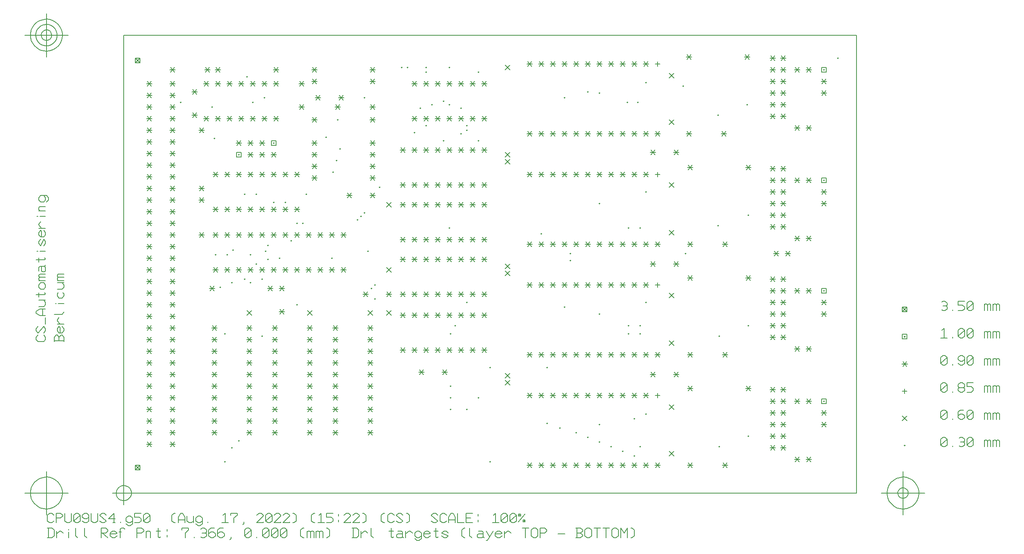
<source format=gbr>
G4 d274tox274  Date: 2022-08-17 13:23:01 *
G4 Design File: CPU09US4 *
G4 Layer name: drilltargets *
G4 Scale: 100 percent, Rotated: No, Reflected: No *
%FSLAX23Y23*%
%MOIN*%
%LN*%
%ADD10C,0.005*%
%ADD11C,0.006*%
%ADD12C,0.007*%
%ADD13C,0.008*%
%ADD14C,0.009*%
%ADD15C,0.010*%
%ADD16C,0.011*%
%ADD17C,0.012*%
%ADD18C,0.013*%
%ADD19C,0.014*%
%ADD20C,0.015*%
%ADD21C,0.016*%
%ADD22C,0.017*%
%ADD23C,0.018*%
%ADD24C,0.019*%
%ADD25C,0.020*%
%ADD26C,0.021*%
%ADD27C,0.022*%
%ADD28C,0.023*%
%ADD29C,0.024*%
%ADD30C,0.025*%
%ADD31C,0.026*%
%ADD32C,0.027*%
%ADD33C,0.028*%
%ADD34C,0.029*%
%ADD35C,0.030*%
%ADD36C,0.031*%
%ADD37C,0.032*%
%ADD38C,0.033*%
%ADD39C,0.034*%
%ADD40C,0.035*%
%ADD41C,0.036*%
%ADD42C,0.037*%
%ADD43C,0.038*%
%ADD44C,0.039*%
%ADD45C,0.040*%
%ADD46C,0.041*%
%ADD47C,0.042*%
%ADD48C,0.043*%
%ADD49C,0.044*%
%ADD50C,0.045*%
%ADD51C,0.046*%
%ADD52C,0.048*%
%ADD53C,0.049*%
%ADD54C,0.050*%
%ADD55C,0.051*%
%ADD56C,0.052*%
%ADD57C,0.053*%
%ADD58C,0.054*%
%ADD59C,0.055*%
%ADD60C,0.056*%
%ADD61C,0.057*%
%ADD62C,0.058*%
%ADD63C,0.059*%
%ADD64C,0.060*%
%ADD65C,0.061*%
%ADD66C,0.062*%
%ADD67C,0.063*%
%ADD68C,0.064*%
%ADD69C,0.065*%
%ADD70C,0.066*%
%ADD71C,0.067*%
%ADD72C,0.068*%
%ADD73C,0.069*%
%ADD74C,0.070*%
%ADD75C,0.071*%
%ADD76C,0.072*%
%ADD77C,0.073*%
%ADD78C,0.074*%
%ADD79C,0.075*%
%ADD80C,0.076*%
%ADD81C,0.077*%
%ADD82C,0.078*%
%ADD83C,0.079*%
%ADD84C,0.080*%
%ADD85C,0.081*%
%ADD86C,0.082*%
%ADD87C,0.083*%
%ADD88C,0.084*%
%ADD89C,0.085*%
%ADD90C,0.086*%
%ADD91C,0.087*%
%ADD92C,0.088*%
%ADD93C,0.089*%
%ADD94C,0.090*%
%ADD95C,0.091*%
%ADD96C,0.092*%
%ADD97C,0.093*%
%ADD98C,0.094*%
%ADD99C,0.095*%
%ADD100C,0.096*%
%ADD101C,0.097*%
%ADD102C,0.098*%
%ADD103C,0.099*%
%ADD104C,0.100*%
%ADD105C,0.101*%
%ADD106C,0.102*%
%ADD107C,0.103*%
%ADD108C,0.104*%
%ADD109C,0.105*%
%ADD110C,0.106*%
%ADD111C,0.107*%
%ADD112C,0.108*%
%ADD113C,0.109*%
%ADD114C,0.110*%
%ADD115C,0.111*%
%ADD116C,0.112*%
%ADD117C,0.113*%
%ADD118C,0.114*%
%ADD119C,0.115*%
%ADD120C,0.116*%
%ADD121C,0.117*%
%ADD122C,0.118*%
%ADD123C,0.119*%
%ADD124C,0.120*%
%ADD125C,0.121*%
%ADD126C,0.122*%
%ADD127C,0.123*%
%ADD128C,0.124*%
%ADD129C,0.125*%
%ADD130C,0.126*%
%ADD131C,0.127*%
%ADD132C,0.128*%
%ADD133C,0.129*%
%ADD134C,0.130*%
%ADD135C,0.131*%
%ADD136C,0.132*%
%ADD137C,0.133*%
%ADD138C,0.134*%
%ADD139C,0.135*%
%ADD140C,0.136*%
%ADD141C,0.137*%
%ADD142C,0.138*%
%ADD143C,0.139*%
%ADD144C,0.140*%
%ADD145C,0.141*%
%ADD146C,0.142*%
%ADD147C,0.143*%
%ADD148C,0.144*%
%ADD149C,0.145*%
%ADD150C,0.146*%
%ADD151C,0.148*%
%ADD152C,0.149*%
%ADD153C,0.150*%
%ADD154C,0.151*%
%ADD155C,0.152*%
%ADD156C,0.153*%
%ADD157C,0.154*%
%ADD158C,0.155*%
%ADD159C,0.156*%
%ADD160C,0.157*%
%ADD161C,0.158*%
%ADD162C,0.159*%
%ADD163C,0.160*%
%ADD164C,0.161*%
%ADD165C,0.162*%
%ADD166C,0.163*%
%ADD167C,0.164*%
%ADD168C,0.165*%
%ADD169C,0.166*%
%ADD170C,0.167*%
%ADD171C,0.168*%
%ADD172C,0.169*%
%ADD173C,0.170*%
%ADD174C,0.171*%
%ADD175C,0.172*%
%ADD176C,0.173*%
%ADD177C,0.174*%
%ADD178C,0.175*%
%ADD179C,0.176*%
%ADD180C,0.177*%
%ADD181C,0.178*%
%ADD182C,0.179*%
%ADD183C,0.180*%
%ADD184C,0.181*%
%ADD185C,0.182*%
%ADD186C,0.183*%
%ADD187C,0.184*%
%ADD188C,0.185*%
%ADD189C,0.186*%
%ADD190C,0.187*%
%ADD191C,0.188*%
%ADD192C,0.189*%
%ADD193C,0.190*%
%ADD194C,0.191*%
%ADD195C,0.192*%
%ADD196C,0.193*%
%ADD197C,0.194*%
%ADD198C,0.195*%
%ADD199C,0.196*%
%ADD200C,0.197*%
%ADD201C,0.198*%
%ADD202C,0.199*%
%ADD203C,0.200*%
%ADD204C,0.205*%
%ADD205C,0.210*%
%ADD206C,0.215*%
%ADD207C,0.220*%
%ADD208C,0.225*%
%ADD209C,0.230*%
%ADD210C,0.235*%
%ADD211C,0.240*%
%ADD212C,0.245*%
%ADD213C,0.250*%
%ADD214C,0.255*%
%ADD215C,0.260*%
%ADD216C,0.265*%
%ADD217C,0.270*%
%ADD218C,0.275*%
%ADD219C,0.280*%
%ADD220C,0.285*%
%ADD221C,0.290*%
%ADD222C,0.300*%
%ADD223C,0.305*%
%ADD224C,0.310*%
%ADD225C,0.315*%
%ADD226C,0.320*%
%ADD227C,0.325*%
G90*
G70D02*
G54D10*
G01X-0099Y00000*
D01*
X00099Y00000*
D02*
X00000Y-0099*
D01*
X00000Y00099*
D02*
X00000Y00066*
D01*
X-0019Y00062*
X-0037Y00054*
X-0052Y00040*
X-0061Y00023*
X-0065Y00003*
X-0063Y-0016*
X-0056Y-0034*
X-0043Y-0049*
X-0026Y-0060*
X-0007Y-0065*
X00012Y-0064*
X00031Y-0057*
X00047Y-0045*
X00059Y-0029*
X00065Y-0010*
X00065Y00009*
X00059Y00028*
X00048Y00045*
X00032Y00057*
X00013Y00064*
X00000Y00066*
D02*
X00100Y00200*
D01*
X00140Y00200*
X00140Y00240*
X00100Y00240*
X00100Y00200*
D02*
X00140Y00240*
D01*
X00100Y00200*
D02*
X00140Y00200*
D01*
X00100Y00240*
D02*
X00100Y03700*
D01*
X00140Y03700*
X00140Y03740*
X00100Y03740*
X00100Y03700*
D02*
X00140Y03740*
D01*
X00100Y03700*
D02*
X00140Y03700*
D01*
X00100Y03740*
D02*
X00236Y03540*
D01*
X00204Y03500*
D02*
X00236Y03500*
D01*
X00204Y03540*
D02*
X00244Y03520*
D01*
X00196Y03520*
D02*
X00236Y03440*
D01*
X00204Y03400*
D02*
X00236Y03400*
D01*
X00204Y03440*
D02*
X00244Y03420*
D01*
X00196Y03420*
D02*
X00236Y03340*
D01*
X00204Y03300*
D02*
X00236Y03300*
D01*
X00204Y03340*
D02*
X00244Y03320*
D01*
X00196Y03320*
D02*
X00236Y03240*
D01*
X00204Y03200*
D02*
X00236Y03200*
D01*
X00204Y03240*
D02*
X00244Y03220*
D01*
X00196Y03220*
D02*
X00236Y03140*
D01*
X00204Y03100*
D02*
X00236Y03100*
D01*
X00204Y03140*
D02*
X00244Y03120*
D01*
X00196Y03120*
D02*
X00236Y03040*
D01*
X00204Y03000*
D02*
X00236Y03000*
D01*
X00204Y03040*
D02*
X00244Y03020*
D01*
X00196Y03020*
D02*
X00236Y02940*
D01*
X00204Y02900*
D02*
X00236Y02900*
D01*
X00204Y02940*
D02*
X00244Y02920*
D01*
X00196Y02920*
D02*
X00236Y02840*
D01*
X00204Y02800*
D02*
X00236Y02800*
D01*
X00204Y02840*
D02*
X00244Y02820*
D01*
X00196Y02820*
D02*
X00236Y02740*
D01*
X00204Y02700*
D02*
X00236Y02700*
D01*
X00204Y02740*
D02*
X00244Y02720*
D01*
X00196Y02720*
D02*
X00236Y02640*
D01*
X00204Y02600*
D02*
X00236Y02600*
D01*
X00204Y02640*
D02*
X00244Y02620*
D01*
X00196Y02620*
D02*
X00236Y02540*
D01*
X00204Y02500*
D02*
X00236Y02500*
D01*
X00204Y02540*
D02*
X00244Y02520*
D01*
X00196Y02520*
D02*
X00236Y02440*
D01*
X00204Y02400*
D02*
X00236Y02400*
D01*
X00204Y02440*
D02*
X00244Y02420*
D01*
X00196Y02420*
D02*
X00236Y02340*
D01*
X00204Y02300*
D02*
X00236Y02300*
D01*
X00204Y02340*
D02*
X00244Y02320*
D01*
X00196Y02320*
D02*
X00236Y02240*
D01*
X00204Y02200*
D02*
X00236Y02200*
D01*
X00204Y02240*
D02*
X00244Y02220*
D01*
X00196Y02220*
D02*
X00236Y02140*
D01*
X00204Y02100*
D02*
X00236Y02100*
D01*
X00204Y02140*
D02*
X00244Y02120*
D01*
X00196Y02120*
D02*
X00236Y02040*
D01*
X00204Y02000*
D02*
X00236Y02000*
D01*
X00204Y02040*
D02*
X00244Y02020*
D01*
X00196Y02020*
D02*
X00236Y01940*
D01*
X00204Y01900*
D02*
X00236Y01900*
D01*
X00204Y01940*
D02*
X00244Y01920*
D01*
X00196Y01920*
D02*
X00236Y01840*
D01*
X00204Y01800*
D02*
X00236Y01800*
D01*
X00204Y01840*
D02*
X00244Y01820*
D01*
X00196Y01820*
D02*
X00236Y01740*
D01*
X00204Y01700*
D02*
X00236Y01700*
D01*
X00204Y01740*
D02*
X00244Y01720*
D01*
X00196Y01720*
D02*
X00236Y01640*
D01*
X00204Y01600*
D02*
X00236Y01600*
D01*
X00204Y01640*
D02*
X00244Y01620*
D01*
X00196Y01620*
D02*
X00236Y01540*
D01*
X00204Y01500*
D02*
X00236Y01500*
D01*
X00204Y01540*
D02*
X00244Y01520*
D01*
X00196Y01520*
D02*
X00236Y01440*
D01*
X00204Y01400*
D02*
X00236Y01400*
D01*
X00204Y01440*
D02*
X00244Y01420*
D01*
X00196Y01420*
D02*
X00236Y01340*
D01*
X00204Y01300*
D02*
X00236Y01300*
D01*
X00204Y01340*
D02*
X00244Y01320*
D01*
X00196Y01320*
D02*
X00236Y01240*
D01*
X00204Y01200*
D02*
X00236Y01200*
D01*
X00204Y01240*
D02*
X00244Y01220*
D01*
X00196Y01220*
D02*
X00236Y01140*
D01*
X00204Y01100*
D02*
X00236Y01100*
D01*
X00204Y01140*
D02*
X00244Y01120*
D01*
X00196Y01120*
D02*
X00236Y01040*
D01*
X00204Y01000*
D02*
X00236Y01000*
D01*
X00204Y01040*
D02*
X00244Y01020*
D01*
X00196Y01020*
D02*
X00236Y00940*
D01*
X00204Y00900*
D02*
X00236Y00900*
D01*
X00204Y00940*
D02*
X00244Y00920*
D01*
X00196Y00920*
D02*
X00236Y00840*
D01*
X00204Y00800*
D02*
X00236Y00800*
D01*
X00204Y00840*
D02*
X00244Y00820*
D01*
X00196Y00820*
D02*
X00236Y00740*
D01*
X00204Y00700*
D02*
X00236Y00700*
D01*
X00204Y00740*
D02*
X00244Y00720*
D01*
X00196Y00720*
D02*
X00236Y00640*
D01*
X00204Y00600*
D02*
X00236Y00600*
D01*
X00204Y00640*
D02*
X00244Y00620*
D01*
X00196Y00620*
D02*
X00236Y00540*
D01*
X00204Y00500*
D02*
X00236Y00500*
D01*
X00204Y00540*
D02*
X00244Y00520*
D01*
X00196Y00520*
D02*
X00236Y00440*
D01*
X00204Y00400*
D02*
X00236Y00400*
D01*
X00204Y00440*
D02*
X00244Y00420*
D01*
X00196Y00420*
D02*
X00436Y00440*
D01*
X00404Y00400*
D02*
X00436Y00400*
D01*
X00404Y00440*
D02*
X00444Y00420*
D01*
X00396Y00420*
D02*
X00436Y00540*
D01*
X00404Y00500*
D02*
X00436Y00500*
D01*
X00404Y00540*
D02*
X00444Y00520*
D01*
X00396Y00520*
D02*
X00436Y00640*
D01*
X00404Y00600*
D02*
X00436Y00600*
D01*
X00404Y00640*
D02*
X00444Y00620*
D01*
X00396Y00620*
D02*
X00436Y00740*
D01*
X00404Y00700*
D02*
X00436Y00700*
D01*
X00404Y00740*
D02*
X00444Y00720*
D01*
X00396Y00720*
D02*
X00436Y00840*
D01*
X00404Y00800*
D02*
X00436Y00800*
D01*
X00404Y00840*
D02*
X00444Y00820*
D01*
X00396Y00820*
D02*
X00436Y00940*
D01*
X00404Y00900*
D02*
X00436Y00900*
D01*
X00404Y00940*
D02*
X00444Y00920*
D01*
X00396Y00920*
D02*
X00436Y01040*
D01*
X00404Y01000*
D02*
X00436Y01000*
D01*
X00404Y01040*
D02*
X00444Y01020*
D01*
X00396Y01020*
D02*
X00436Y01140*
D01*
X00404Y01100*
D02*
X00436Y01100*
D01*
X00404Y01140*
D02*
X00444Y01120*
D01*
X00396Y01120*
D02*
X00436Y01240*
D01*
X00404Y01200*
D02*
X00436Y01200*
D01*
X00404Y01240*
D02*
X00444Y01220*
D01*
X00396Y01220*
D02*
X00436Y01340*
D01*
X00404Y01300*
D02*
X00436Y01300*
D01*
X00404Y01340*
D02*
X00444Y01320*
D01*
X00396Y01320*
D02*
X00436Y01440*
D01*
X00404Y01400*
D02*
X00436Y01400*
D01*
X00404Y01440*
D02*
X00444Y01420*
D01*
X00396Y01420*
D02*
X00436Y01540*
D01*
X00404Y01500*
D02*
X00436Y01500*
D01*
X00404Y01540*
D02*
X00444Y01520*
D01*
X00396Y01520*
D02*
X00436Y01640*
D01*
X00404Y01600*
D02*
X00436Y01600*
D01*
X00404Y01640*
D02*
X00444Y01620*
D01*
X00396Y01620*
D02*
X00436Y01740*
D01*
X00404Y01700*
D02*
X00436Y01700*
D01*
X00404Y01740*
D02*
X00444Y01720*
D01*
X00396Y01720*
D02*
X00436Y01840*
D01*
X00404Y01800*
D02*
X00436Y01800*
D01*
X00404Y01840*
D02*
X00444Y01820*
D01*
X00396Y01820*
D02*
X00436Y01940*
D01*
X00404Y01900*
D02*
X00436Y01900*
D01*
X00404Y01940*
D02*
X00444Y01920*
D01*
X00396Y01920*
D02*
X00436Y02040*
D01*
X00404Y02000*
D02*
X00436Y02000*
D01*
X00404Y02040*
D02*
X00444Y02020*
D01*
X00396Y02020*
D02*
X00436Y02140*
D01*
X00404Y02100*
D02*
X00436Y02100*
D01*
X00404Y02140*
D02*
X00444Y02120*
D01*
X00396Y02120*
D02*
X00436Y02240*
D01*
X00404Y02200*
D02*
X00436Y02200*
D01*
X00404Y02240*
D02*
X00444Y02220*
D01*
X00396Y02220*
D02*
X00436Y02340*
D01*
X00404Y02300*
D02*
X00436Y02300*
D01*
X00404Y02340*
D02*
X00444Y02320*
D01*
X00396Y02320*
D02*
X00436Y02440*
D01*
X00404Y02400*
D02*
X00436Y02400*
D01*
X00404Y02440*
D02*
X00444Y02420*
D01*
X00396Y02420*
D02*
X00436Y02540*
D01*
X00404Y02500*
D02*
X00436Y02500*
D01*
X00404Y02540*
D02*
X00444Y02520*
D01*
X00396Y02520*
D02*
X00436Y02640*
D01*
X00404Y02600*
D02*
X00436Y02600*
D01*
X00404Y02640*
D02*
X00444Y02620*
D01*
X00396Y02620*
D02*
X00436Y02740*
D01*
X00404Y02700*
D02*
X00436Y02700*
D01*
X00404Y02740*
D02*
X00444Y02720*
D01*
X00396Y02720*
D02*
X00436Y02840*
D01*
X00404Y02800*
D02*
X00436Y02800*
D01*
X00404Y02840*
D02*
X00444Y02820*
D01*
X00396Y02820*
D02*
X00436Y02940*
D01*
X00404Y02900*
D02*
X00436Y02900*
D01*
X00404Y02940*
D02*
X00444Y02920*
D01*
X00396Y02920*
D02*
X00436Y03040*
D01*
X00404Y03000*
D02*
X00436Y03000*
D01*
X00404Y03040*
D02*
X00444Y03020*
D01*
X00396Y03020*
D02*
X00436Y03140*
D01*
X00404Y03100*
D02*
X00436Y03100*
D01*
X00404Y03140*
D02*
X00444Y03120*
D01*
X00396Y03120*
D02*
X00436Y03240*
D01*
X00404Y03200*
D02*
X00436Y03200*
D01*
X00404Y03240*
D02*
X00444Y03220*
D01*
X00396Y03220*
D02*
X00436Y03340*
D01*
X00404Y03300*
D02*
X00436Y03300*
D01*
X00404Y03340*
D02*
X00444Y03320*
D01*
X00396Y03320*
D02*
X00436Y03440*
D01*
X00404Y03400*
D02*
X00436Y03400*
D01*
X00404Y03440*
D02*
X00444Y03420*
D01*
X00396Y03420*
D02*
X00436Y03540*
D01*
X00404Y03500*
D02*
X00436Y03500*
D01*
X00404Y03540*
D02*
X00444Y03520*
D01*
X00396Y03520*
D02*
X00436Y03660*
D01*
X00404Y03620*
D02*
X00436Y03620*
D01*
X00404Y03660*
D02*
X00444Y03640*
D01*
X00396Y03640*
D02*
X00494Y03360*
D01*
X00490Y03364*
X00486Y03360*
X00490Y03356*
X00494Y03360*
D02*
X00626Y03270*
D01*
X00594Y03230*
D02*
X00626Y03230*
D01*
X00594Y03270*
D02*
X00634Y03250*
D01*
X00586Y03250*
D02*
X00626Y03470*
D01*
X00594Y03430*
D02*
X00626Y03430*
D01*
X00594Y03470*
D02*
X00634Y03450*
D01*
X00586Y03450*
D02*
X00686Y03140*
D01*
X00654Y03100*
D02*
X00686Y03100*
D01*
X00654Y03140*
D02*
X00694Y03120*
D01*
X00646Y03120*
D02*
X00686Y02640*
D01*
X00654Y02600*
D02*
X00686Y02600*
D01*
X00654Y02640*
D02*
X00694Y02620*
D01*
X00646Y02620*
D02*
X00686Y02540*
D01*
X00654Y02500*
D02*
X00686Y02500*
D01*
X00654Y02540*
D02*
X00694Y02520*
D01*
X00646Y02520*
D02*
X00686Y02240*
D01*
X00654Y02200*
D02*
X00686Y02200*
D01*
X00654Y02240*
D02*
X00694Y02220*
D01*
X00646Y02220*
D02*
X00726Y03240*
D01*
X00694Y03200*
D02*
X00726Y03200*
D01*
X00694Y03240*
D02*
X00734Y03220*
D01*
X00686Y03220*
D02*
X00726Y03540*
D01*
X00694Y03500*
D02*
X00726Y03500*
D01*
X00694Y03540*
D02*
X00734Y03520*
D01*
X00686Y03520*
D02*
X00736Y03660*
D01*
X00704Y03620*
D02*
X00736Y03620*
D01*
X00704Y03660*
D02*
X00744Y03640*
D01*
X00696Y03640*
D02*
X00776Y01780*
D01*
X00744Y01740*
D02*
X00776Y01740*
D01*
X00744Y01780*
D02*
X00784Y01760*
D01*
X00736Y01760*
D02*
X00764Y03320*
D01*
X00760Y03324*
X00756Y03320*
X00760Y03316*
X00764Y03320*
D02*
X00784Y03050*
D01*
X00780Y03054*
X00776Y03050*
X00780Y03046*
X00784Y03050*
D02*
X00796Y01440*
D01*
X00764Y01400*
D02*
X00796Y01400*
D01*
X00764Y01440*
D02*
X00804Y01420*
D01*
X00756Y01420*
D02*
X00796Y01340*
D01*
X00764Y01300*
D02*
X00796Y01300*
D01*
X00764Y01340*
D02*
X00804Y01320*
D01*
X00756Y01320*
D02*
X00796Y01240*
D01*
X00764Y01200*
D02*
X00796Y01200*
D01*
X00764Y01240*
D02*
X00804Y01220*
D01*
X00756Y01220*
D02*
X00796Y01140*
D01*
X00764Y01100*
D02*
X00796Y01100*
D01*
X00764Y01140*
D02*
X00804Y01120*
D01*
X00756Y01120*
D02*
X00796Y01040*
D01*
X00764Y01000*
D02*
X00796Y01000*
D01*
X00764Y01040*
D02*
X00804Y01020*
D01*
X00756Y01020*
D02*
X00796Y00940*
D01*
X00764Y00900*
D02*
X00796Y00900*
D01*
X00764Y00940*
D02*
X00804Y00920*
D01*
X00756Y00920*
D02*
X00796Y00840*
D01*
X00764Y00800*
D02*
X00796Y00800*
D01*
X00764Y00840*
D02*
X00804Y00820*
D01*
X00756Y00820*
D02*
X00796Y00740*
D01*
X00764Y00700*
D02*
X00796Y00700*
D01*
X00764Y00740*
D02*
X00804Y00720*
D01*
X00756Y00720*
D02*
X00796Y00640*
D01*
X00764Y00600*
D02*
X00796Y00600*
D01*
X00764Y00640*
D02*
X00804Y00620*
D01*
X00756Y00620*
D02*
X00796Y00540*
D01*
X00764Y00500*
D02*
X00796Y00500*
D01*
X00764Y00540*
D02*
X00804Y00520*
D01*
X00756Y00520*
D02*
X00806Y01940*
D01*
X00774Y01900*
D02*
X00806Y01900*
D01*
X00774Y01940*
D02*
X00814Y01920*
D01*
X00766Y01920*
D02*
X00794Y02050*
D01*
X00790Y02054*
X00786Y02050*
X00790Y02046*
X00794Y02050*
D02*
X00806Y02240*
D01*
X00774Y02200*
D02*
X00806Y02200*
D01*
X00774Y02240*
D02*
X00814Y02220*
D01*
X00766Y02220*
D02*
X00806Y02460*
D01*
X00774Y02420*
D02*
X00806Y02420*
D01*
X00774Y02460*
D02*
X00814Y02440*
D01*
X00766Y02440*
D02*
X00806Y02760*
D01*
X00774Y02720*
D02*
X00806Y02720*
D01*
X00774Y02760*
D02*
X00814Y02740*
D01*
X00766Y02740*
D02*
X00826Y03660*
D01*
X00794Y03620*
D02*
X00826Y03620*
D01*
X00794Y03660*
D02*
X00834Y03640*
D01*
X00786Y03640*
D02*
X00826Y03540*
D01*
X00794Y03500*
D02*
X00826Y03500*
D01*
X00794Y03540*
D02*
X00834Y03520*
D01*
X00786Y03520*
D02*
X00826Y03240*
D01*
X00794Y03200*
D02*
X00826Y03200*
D01*
X00794Y03240*
D02*
X00834Y03220*
D01*
X00786Y03220*
D02*
X00834Y01770*
D01*
X00830Y01774*
X00826Y01770*
X00830Y01766*
X00834Y01770*
D02*
X00874Y01370*
D01*
X00870Y01374*
X00866Y01370*
X00870Y01366*
X00874Y01370*
D02*
X00874Y00270*
D01*
X00870Y00274*
X00866Y00270*
X00870Y00266*
X00874Y00270*
D02*
X00906Y01940*
D01*
X00874Y01900*
D02*
X00906Y01900*
D01*
X00874Y01940*
D02*
X00914Y01920*
D01*
X00866Y01920*
D02*
X00894Y02050*
D01*
X00890Y02054*
X00886Y02050*
X00890Y02046*
X00894Y02050*
D02*
X00906Y02240*
D01*
X00874Y02200*
D02*
X00906Y02200*
D01*
X00874Y02240*
D02*
X00914Y02220*
D01*
X00866Y02220*
D02*
X00906Y02460*
D01*
X00874Y02420*
D02*
X00906Y02420*
D01*
X00874Y02460*
D02*
X00914Y02440*
D01*
X00866Y02440*
D02*
X00906Y02760*
D01*
X00874Y02720*
D02*
X00906Y02720*
D01*
X00874Y02760*
D02*
X00914Y02740*
D01*
X00866Y02740*
D02*
X00926Y03540*
D01*
X00894Y03500*
D02*
X00926Y03500*
D01*
X00894Y03540*
D02*
X00934Y03520*
D01*
X00886Y03520*
D02*
X00926Y03240*
D01*
X00894Y03200*
D02*
X00926Y03200*
D01*
X00894Y03240*
D02*
X00934Y03220*
D01*
X00886Y03220*
D02*
X00934Y00390*
D01*
X00930Y00394*
X00926Y00390*
X00930Y00386*
X00934Y00390*
D02*
X00934Y01810*
D01*
X00930Y01814*
X00926Y01810*
X00930Y01806*
X00934Y01810*
D02*
X00944Y02090*
D01*
X00940Y02094*
X00936Y02090*
X00940Y02086*
X00944Y02090*
D02*
X00994Y00450*
D01*
X00990Y00454*
X00986Y00450*
X00990Y00446*
X00994Y00450*
D02*
X01006Y01940*
D01*
X00974Y01900*
D02*
X01006Y01900*
D01*
X00974Y01940*
D02*
X01014Y01920*
D01*
X00966Y01920*
D02*
X01006Y02240*
D01*
X00974Y02200*
D02*
X01006Y02200*
D01*
X00974Y02240*
D02*
X01014Y02220*
D01*
X00966Y02220*
D02*
X01006Y02460*
D01*
X00974Y02420*
D02*
X01006Y02420*
D01*
X00974Y02460*
D02*
X01014Y02440*
D01*
X00966Y02440*
D02*
X01006Y02760*
D01*
X00974Y02720*
D02*
X01006Y02720*
D01*
X00974Y02760*
D02*
X01014Y02740*
D01*
X00966Y02740*
D02*
X00970Y02890*
D01*
X01010Y02890*
X01010Y02930*
X00970Y02930*
X00970Y02890*
D02*
X00994Y02910*
D01*
X00990Y02914*
X00986Y02910*
X00990Y02906*
X00994Y02910*
D02*
X01006Y03030*
D01*
X00974Y02990*
D02*
X01006Y02990*
D01*
X00974Y03030*
D02*
X01014Y03010*
D01*
X00966Y03010*
D02*
X01026Y03540*
D01*
X00994Y03500*
D02*
X01026Y03500*
D01*
X00994Y03540*
D02*
X01034Y03520*
D01*
X00986Y03520*
D02*
X01026Y03240*
D01*
X00994Y03200*
D02*
X01026Y03200*
D01*
X00994Y03240*
D02*
X01034Y03220*
D01*
X00986Y03220*
D02*
X01044Y01840*
D01*
X01040Y01844*
X01036Y01840*
X01040Y01836*
X01044Y01840*
D02*
X01044Y02570*
D01*
X01040Y02574*
X01036Y02570*
X01040Y02566*
X01044Y02570*
D02*
X01064Y03580*
D01*
X01060Y03584*
X01056Y03580*
X01060Y03576*
X01064Y03580*
D02*
X01096Y00540*
D01*
X01064Y00500*
D02*
X01096Y00500*
D01*
X01064Y00540*
D02*
X01104Y00520*
D01*
X01056Y00520*
D02*
X01096Y00640*
D01*
X01064Y00600*
D02*
X01096Y00600*
D01*
X01064Y00640*
D02*
X01104Y00620*
D01*
X01056Y00620*
D02*
X01096Y00740*
D01*
X01064Y00700*
D02*
X01096Y00700*
D01*
X01064Y00740*
D02*
X01104Y00720*
D01*
X01056Y00720*
D02*
X01096Y00840*
D01*
X01064Y00800*
D02*
X01096Y00800*
D01*
X01064Y00840*
D02*
X01104Y00820*
D01*
X01056Y00820*
D02*
X01096Y00940*
D01*
X01064Y00900*
D02*
X01096Y00900*
D01*
X01064Y00940*
D02*
X01104Y00920*
D01*
X01056Y00920*
D02*
X01096Y01040*
D01*
X01064Y01000*
D02*
X01096Y01000*
D01*
X01064Y01040*
D02*
X01104Y01020*
D01*
X01056Y01020*
D02*
X01096Y01140*
D01*
X01064Y01100*
D02*
X01096Y01100*
D01*
X01064Y01140*
D02*
X01104Y01120*
D01*
X01056Y01120*
D02*
X01096Y01240*
D01*
X01064Y01200*
D02*
X01096Y01200*
D01*
X01064Y01240*
D02*
X01104Y01220*
D01*
X01056Y01220*
D02*
X01096Y01340*
D01*
X01064Y01300*
D02*
X01096Y01300*
D01*
X01064Y01340*
D02*
X01104Y01320*
D01*
X01056Y01320*
D02*
X01096Y01440*
D01*
X01064Y01400*
D02*
X01096Y01400*
D01*
X01064Y01440*
D02*
X01104Y01420*
D01*
X01056Y01420*
D02*
X01100Y01570*
D01*
X01060Y01530*
D02*
X01100Y01530*
D01*
X01060Y01570*
D02*
X01106Y03030*
D01*
X01074Y02990*
D02*
X01106Y02990*
D01*
X01074Y03030*
D02*
X01114Y03010*
D01*
X01066Y03010*
D02*
X01106Y02930*
D01*
X01074Y02890*
D02*
X01106Y02890*
D01*
X01074Y02930*
D02*
X01114Y02910*
D01*
X01066Y02910*
D02*
X01106Y02760*
D01*
X01074Y02720*
D02*
X01106Y02720*
D01*
X01074Y02760*
D02*
X01114Y02740*
D01*
X01066Y02740*
D02*
X01106Y02460*
D01*
X01074Y02420*
D02*
X01106Y02420*
D01*
X01074Y02460*
D02*
X01114Y02440*
D01*
X01066Y02440*
D02*
X01106Y02240*
D01*
X01074Y02200*
D02*
X01106Y02200*
D01*
X01074Y02240*
D02*
X01114Y02220*
D01*
X01066Y02220*
D02*
X01094Y02050*
D01*
X01090Y02054*
X01086Y02050*
X01090Y02046*
X01094Y02050*
D02*
X01106Y01940*
D01*
X01074Y01900*
D02*
X01106Y01900*
D01*
X01074Y01940*
D02*
X01114Y01920*
D01*
X01066Y01920*
D02*
X01094Y01810*
D01*
X01090Y01814*
X01086Y01810*
X01090Y01806*
X01094Y01810*
D02*
X01126Y03240*
D01*
X01094Y03200*
D02*
X01126Y03200*
D01*
X01094Y03240*
D02*
X01134Y03220*
D01*
X01086Y03220*
D02*
X01114Y03360*
D01*
X01110Y03364*
X01106Y03360*
X01110Y03356*
X01114Y03360*
D02*
X01126Y03540*
D01*
X01094Y03500*
D02*
X01126Y03500*
D01*
X01094Y03540*
D02*
X01134Y03520*
D01*
X01086Y03520*
D02*
X01144Y02570*
D01*
X01140Y02574*
X01136Y02570*
X01140Y02566*
X01144Y02570*
D02*
X01144Y01970*
D01*
X01140Y01974*
X01136Y01970*
X01140Y01966*
X01144Y01970*
D02*
X01194Y01350*
D01*
X01190Y01354*
X01186Y01350*
X01190Y01346*
X01194Y01350*
D02*
X01194Y01840*
D01*
X01190Y01844*
X01186Y01840*
X01190Y01836*
X01194Y01840*
D02*
X01206Y01940*
D01*
X01174Y01900*
D02*
X01206Y01900*
D01*
X01174Y01940*
D02*
X01214Y01920*
D01*
X01166Y01920*
D02*
X01206Y02240*
D01*
X01174Y02200*
D02*
X01206Y02200*
D01*
X01174Y02240*
D02*
X01214Y02220*
D01*
X01166Y02220*
D02*
X01206Y02460*
D01*
X01174Y02420*
D02*
X01206Y02420*
D01*
X01174Y02460*
D02*
X01214Y02440*
D01*
X01166Y02440*
D02*
X01206Y02760*
D01*
X01174Y02720*
D02*
X01206Y02720*
D01*
X01174Y02760*
D02*
X01214Y02740*
D01*
X01166Y02740*
D02*
X01206Y02930*
D01*
X01174Y02890*
D02*
X01206Y02890*
D01*
X01174Y02930*
D02*
X01214Y02910*
D01*
X01166Y02910*
D02*
X01206Y03030*
D01*
X01174Y02990*
D02*
X01206Y02990*
D01*
X01174Y03030*
D02*
X01214Y03010*
D01*
X01166Y03010*
D02*
X01226Y03540*
D01*
X01194Y03500*
D02*
X01226Y03500*
D01*
X01194Y03540*
D02*
X01234Y03520*
D01*
X01186Y03520*
D02*
X01214Y03400*
D01*
X01210Y03404*
X01206Y03400*
X01210Y03396*
X01214Y03400*
D02*
X01226Y03240*
D01*
X01194Y03200*
D02*
X01226Y03200*
D01*
X01194Y03240*
D02*
X01234Y03220*
D01*
X01186Y03220*
D02*
X01224Y02080*
D01*
X01220Y02084*
X01216Y02080*
X01220Y02076*
X01224Y02080*
D02*
X01244Y02130*
D01*
X01240Y02134*
X01236Y02130*
X01240Y02126*
X01244Y02130*
D02*
X01244Y02010*
D01*
X01240Y02014*
X01236Y02010*
X01240Y02006*
X01244Y02010*
D02*
X01276Y01780*
D01*
X01244Y01740*
D02*
X01276Y01740*
D01*
X01244Y01780*
D02*
X01284Y01760*
D01*
X01236Y01760*
D02*
X01270Y02990*
D01*
X01310Y02990*
X01310Y03030*
X01270Y03030*
X01270Y02990*
D02*
X01294Y03010*
D01*
X01290Y03014*
X01286Y03010*
X01290Y03006*
X01294Y03010*
D02*
X01306Y02930*
D01*
X01274Y02890*
D02*
X01306Y02890*
D01*
X01274Y02930*
D02*
X01314Y02910*
D01*
X01266Y02910*
D02*
X01306Y02760*
D01*
X01274Y02720*
D02*
X01306Y02720*
D01*
X01274Y02760*
D02*
X01314Y02740*
D01*
X01266Y02740*
D02*
X01294Y02500*
D01*
X01290Y02504*
X01286Y02500*
X01290Y02496*
X01294Y02500*
D02*
X01306Y02460*
D01*
X01274Y02420*
D02*
X01306Y02420*
D01*
X01274Y02460*
D02*
X01314Y02440*
D01*
X01266Y02440*
D02*
X01306Y02240*
D01*
X01274Y02200*
D02*
X01306Y02200*
D01*
X01274Y02240*
D02*
X01314Y02220*
D01*
X01266Y02220*
D02*
X01306Y01940*
D01*
X01274Y01900*
D02*
X01306Y01900*
D01*
X01274Y01940*
D02*
X01314Y01920*
D01*
X01266Y01920*
D02*
X01316Y00540*
D01*
X01284Y00500*
D02*
X01316Y00500*
D01*
X01284Y00540*
D02*
X01324Y00520*
D01*
X01276Y00520*
D02*
X01316Y00640*
D01*
X01284Y00600*
D02*
X01316Y00600*
D01*
X01284Y00640*
D02*
X01324Y00620*
D01*
X01276Y00620*
D02*
X01316Y00740*
D01*
X01284Y00700*
D02*
X01316Y00700*
D01*
X01284Y00740*
D02*
X01324Y00720*
D01*
X01276Y00720*
D02*
X01316Y00840*
D01*
X01284Y00800*
D02*
X01316Y00800*
D01*
X01284Y00840*
D02*
X01324Y00820*
D01*
X01276Y00820*
D02*
X01316Y00940*
D01*
X01284Y00900*
D02*
X01316Y00900*
D01*
X01284Y00940*
D02*
X01324Y00920*
D01*
X01276Y00920*
D02*
X01316Y01040*
D01*
X01284Y01000*
D02*
X01316Y01000*
D01*
X01284Y01040*
D02*
X01324Y01020*
D01*
X01276Y01020*
D02*
X01316Y01140*
D01*
X01284Y01100*
D02*
X01316Y01100*
D01*
X01284Y01140*
D02*
X01324Y01120*
D01*
X01276Y01120*
D02*
X01316Y01240*
D01*
X01284Y01200*
D02*
X01316Y01200*
D01*
X01284Y01240*
D02*
X01324Y01220*
D01*
X01276Y01220*
D02*
X01316Y01340*
D01*
X01284Y01300*
D02*
X01316Y01300*
D01*
X01284Y01340*
D02*
X01324Y01320*
D01*
X01276Y01320*
D02*
X01316Y01440*
D01*
X01284Y01400*
D02*
X01316Y01400*
D01*
X01284Y01440*
D02*
X01324Y01420*
D01*
X01276Y01420*
D02*
X01326Y03660*
D01*
X01294Y03620*
D02*
X01326Y03620*
D01*
X01294Y03660*
D02*
X01334Y03640*
D01*
X01286Y03640*
D02*
X01326Y03540*
D01*
X01294Y03500*
D02*
X01326Y03500*
D01*
X01294Y03540*
D02*
X01334Y03520*
D01*
X01286Y03520*
D02*
X01326Y03240*
D01*
X01294Y03200*
D02*
X01326Y03200*
D01*
X01294Y03240*
D02*
X01334Y03220*
D01*
X01286Y03220*
D02*
X01344Y02020*
D01*
X01340Y02024*
X01336Y02020*
X01340Y02016*
X01344Y02020*
D02*
X01376Y01780*
D01*
X01344Y01740*
D02*
X01376Y01740*
D01*
X01344Y01780*
D02*
X01384Y01760*
D01*
X01336Y01760*
D02*
X01376Y01580*
D01*
X01344Y01540*
D02*
X01376Y01540*
D01*
X01344Y01580*
D02*
X01384Y01560*
D01*
X01336Y01560*
D02*
X01406Y01940*
D01*
X01374Y01900*
D02*
X01406Y01900*
D01*
X01374Y01940*
D02*
X01414Y01920*
D01*
X01366Y01920*
D02*
X01406Y02240*
D01*
X01374Y02200*
D02*
X01406Y02200*
D01*
X01374Y02240*
D02*
X01414Y02220*
D01*
X01366Y02220*
D02*
X01406Y02460*
D01*
X01374Y02420*
D02*
X01406Y02420*
D01*
X01374Y02460*
D02*
X01414Y02440*
D01*
X01366Y02440*
D02*
X01394Y02500*
D01*
X01390Y02504*
X01386Y02500*
X01390Y02496*
X01394Y02500*
D02*
X01406Y02760*
D01*
X01374Y02720*
D02*
X01406Y02720*
D01*
X01374Y02760*
D02*
X01414Y02740*
D01*
X01366Y02740*
D02*
X01444Y02170*
D01*
X01440Y02174*
X01436Y02170*
X01440Y02166*
X01444Y02170*
D02*
X01494Y01620*
D01*
X01490Y01624*
X01486Y01620*
X01490Y01616*
X01494Y01620*
D02*
X01506Y01940*
D01*
X01474Y01900*
D02*
X01506Y01900*
D01*
X01474Y01940*
D02*
X01514Y01920*
D01*
X01466Y01920*
D02*
X01506Y02240*
D01*
X01474Y02200*
D02*
X01506Y02200*
D01*
X01474Y02240*
D02*
X01514Y02220*
D01*
X01466Y02220*
D02*
X01494Y02320*
D01*
X01490Y02324*
X01486Y02320*
X01490Y02316*
X01494Y02320*
D02*
X01506Y02460*
D01*
X01474Y02420*
D02*
X01506Y02420*
D01*
X01474Y02460*
D02*
X01514Y02440*
D01*
X01466Y02440*
D02*
X01506Y02760*
D01*
X01474Y02720*
D02*
X01506Y02720*
D01*
X01474Y02760*
D02*
X01514Y02740*
D01*
X01466Y02740*
D02*
X01546Y03540*
D01*
X01514Y03500*
D02*
X01546Y03500*
D01*
X01514Y03540*
D02*
X01554Y03520*
D01*
X01506Y03520*
D02*
X01546Y03340*
D01*
X01514Y03300*
D02*
X01546Y03300*
D01*
X01514Y03340*
D02*
X01554Y03320*
D01*
X01506Y03320*
D02*
X01544Y02320*
D01*
X01540Y02324*
X01536Y02320*
X01540Y02316*
X01544Y02320*
D02*
X01574Y02570*
D01*
X01570Y02574*
X01566Y02570*
X01570Y02566*
X01574Y02570*
D02*
X01606Y01940*
D01*
X01574Y01900*
D02*
X01606Y01900*
D01*
X01574Y01940*
D02*
X01614Y01920*
D01*
X01566Y01920*
D02*
X01606Y02240*
D01*
X01574Y02200*
D02*
X01606Y02200*
D01*
X01574Y02240*
D02*
X01614Y02220*
D01*
X01566Y02220*
D02*
X01620Y01570*
D01*
X01580Y01530*
D02*
X01620Y01530*
D01*
X01580Y01570*
D02*
X01616Y01440*
D01*
X01584Y01400*
D02*
X01616Y01400*
D01*
X01584Y01440*
D02*
X01624Y01420*
D01*
X01576Y01420*
D02*
X01616Y01340*
D01*
X01584Y01300*
D02*
X01616Y01300*
D01*
X01584Y01340*
D02*
X01624Y01320*
D01*
X01576Y01320*
D02*
X01616Y01240*
D01*
X01584Y01200*
D02*
X01616Y01200*
D01*
X01584Y01240*
D02*
X01624Y01220*
D01*
X01576Y01220*
D02*
X01616Y01140*
D01*
X01584Y01100*
D02*
X01616Y01100*
D01*
X01584Y01140*
D02*
X01624Y01120*
D01*
X01576Y01120*
D02*
X01616Y01040*
D01*
X01584Y01000*
D02*
X01616Y01000*
D01*
X01584Y01040*
D02*
X01624Y01020*
D01*
X01576Y01020*
D02*
X01616Y00940*
D01*
X01584Y00900*
D02*
X01616Y00900*
D01*
X01584Y00940*
D02*
X01624Y00920*
D01*
X01576Y00920*
D02*
X01616Y00840*
D01*
X01584Y00800*
D02*
X01616Y00800*
D01*
X01584Y00840*
D02*
X01624Y00820*
D01*
X01576Y00820*
D02*
X01616Y00740*
D01*
X01584Y00700*
D02*
X01616Y00700*
D01*
X01584Y00740*
D02*
X01624Y00720*
D01*
X01576Y00720*
D02*
X01616Y00640*
D01*
X01584Y00600*
D02*
X01616Y00600*
D01*
X01584Y00640*
D02*
X01624Y00620*
D01*
X01576Y00620*
D02*
X01616Y00540*
D01*
X01584Y00500*
D02*
X01616Y00500*
D01*
X01584Y00540*
D02*
X01624Y00520*
D01*
X01576Y00520*
D02*
X01656Y02730*
D01*
X01624Y02690*
D02*
X01656Y02690*
D01*
X01624Y02730*
D02*
X01664Y02710*
D01*
X01616Y02710*
D02*
X01656Y02830*
D01*
X01624Y02790*
D02*
X01656Y02790*
D01*
X01624Y02830*
D02*
X01664Y02810*
D01*
X01616Y02810*
D02*
X01656Y02930*
D01*
X01624Y02890*
D02*
X01656Y02890*
D01*
X01624Y02930*
D02*
X01664Y02910*
D01*
X01616Y02910*
D02*
X01656Y03030*
D01*
X01624Y02990*
D02*
X01656Y02990*
D01*
X01624Y03030*
D02*
X01664Y03010*
D01*
X01616Y03010*
D02*
X01656Y03230*
D01*
X01624Y03190*
D02*
X01656Y03190*
D01*
X01624Y03230*
D02*
X01664Y03210*
D01*
X01616Y03210*
D02*
X01656Y03560*
D01*
X01624Y03520*
D02*
X01656Y03520*
D01*
X01624Y03560*
D02*
X01664Y03540*
D01*
X01616Y03540*
D02*
X01656Y03660*
D01*
X01624Y03620*
D02*
X01656Y03620*
D01*
X01624Y03660*
D02*
X01664Y03640*
D01*
X01616Y03640*
D02*
X01686Y03420*
D01*
X01654Y03380*
D02*
X01686Y03380*
D01*
X01654Y03420*
D02*
X01694Y03400*
D01*
X01646Y03400*
D02*
X01706Y01940*
D01*
X01674Y01900*
D02*
X01706Y01900*
D01*
X01674Y01940*
D02*
X01714Y01920*
D01*
X01666Y01920*
D02*
X01706Y02240*
D01*
X01674Y02200*
D02*
X01706Y02200*
D01*
X01674Y02240*
D02*
X01714Y02220*
D01*
X01666Y02220*
D02*
X01744Y03060*
D01*
X01740Y03064*
X01736Y03060*
X01740Y03056*
X01744Y03060*
D02*
X01806Y01940*
D01*
X01774Y01900*
D02*
X01806Y01900*
D01*
X01774Y01940*
D02*
X01814Y01920*
D01*
X01766Y01920*
D02*
X01794Y02020*
D01*
X01790Y02024*
X01786Y02020*
X01790Y02016*
X01794Y02020*
D02*
X01806Y02240*
D01*
X01774Y02200*
D02*
X01806Y02200*
D01*
X01774Y02240*
D02*
X01814Y02220*
D01*
X01766Y02220*
D02*
X01804Y02760*
D01*
X01800Y02764*
X01796Y02760*
X01800Y02756*
X01804Y02760*
D02*
X01836Y00540*
D01*
X01804Y00500*
D02*
X01836Y00500*
D01*
X01804Y00540*
D02*
X01844Y00520*
D01*
X01796Y00520*
D02*
X01836Y00640*
D01*
X01804Y00600*
D02*
X01836Y00600*
D01*
X01804Y00640*
D02*
X01844Y00620*
D01*
X01796Y00620*
D02*
X01836Y00740*
D01*
X01804Y00700*
D02*
X01836Y00700*
D01*
X01804Y00740*
D02*
X01844Y00720*
D01*
X01796Y00720*
D02*
X01836Y00840*
D01*
X01804Y00800*
D02*
X01836Y00800*
D01*
X01804Y00840*
D02*
X01844Y00820*
D01*
X01796Y00820*
D02*
X01836Y00940*
D01*
X01804Y00900*
D02*
X01836Y00900*
D01*
X01804Y00940*
D02*
X01844Y00920*
D01*
X01796Y00920*
D02*
X01836Y01040*
D01*
X01804Y01000*
D02*
X01836Y01000*
D01*
X01804Y01040*
D02*
X01844Y01020*
D01*
X01796Y01020*
D02*
X01836Y01140*
D01*
X01804Y01100*
D02*
X01836Y01100*
D01*
X01804Y01140*
D02*
X01844Y01120*
D01*
X01796Y01120*
D02*
X01836Y01240*
D01*
X01804Y01200*
D02*
X01836Y01200*
D01*
X01804Y01240*
D02*
X01844Y01220*
D01*
X01796Y01220*
D02*
X01836Y01340*
D01*
X01804Y01300*
D02*
X01836Y01300*
D01*
X01804Y01340*
D02*
X01844Y01320*
D01*
X01796Y01320*
D02*
X01836Y01440*
D01*
X01804Y01400*
D02*
X01836Y01400*
D01*
X01804Y01440*
D02*
X01844Y01420*
D01*
X01796Y01420*
D02*
X01834Y02860*
D01*
X01830Y02864*
X01826Y02860*
X01830Y02856*
X01834Y02860*
D02*
X01844Y03210*
D01*
X01840Y03214*
X01836Y03210*
X01840Y03206*
X01844Y03210*
D02*
X01856Y03340*
D01*
X01824Y03300*
D02*
X01856Y03300*
D01*
X01824Y03340*
D02*
X01864Y03320*
D01*
X01816Y03320*
D02*
X01864Y02960*
D01*
X01860Y02964*
X01856Y02960*
X01860Y02956*
X01864Y02960*
D02*
X01886Y03420*
D01*
X01854Y03380*
D02*
X01886Y03380*
D01*
X01854Y03420*
D02*
X01894Y03400*
D01*
X01846Y03400*
D02*
X01906Y02240*
D01*
X01874Y02200*
D02*
X01906Y02200*
D01*
X01874Y02240*
D02*
X01914Y02220*
D01*
X01866Y02220*
D02*
X01906Y01940*
D01*
X01874Y01900*
D02*
X01906Y01900*
D01*
X01874Y01940*
D02*
X01914Y01920*
D01*
X01866Y01920*
D02*
X01956Y02580*
D01*
X01924Y02540*
D02*
X01956Y02540*
D01*
X01924Y02580*
D02*
X01964Y02560*
D01*
X01916Y02560*
D02*
X02014Y02350*
D01*
X02010Y02354*
X02006Y02350*
X02010Y02346*
X02014Y02350*
D02*
X02044Y02380*
D01*
X02040Y02384*
X02036Y02380*
X02040Y02376*
X02044Y02380*
D02*
X02074Y03400*
D01*
X02070Y03404*
X02066Y03400*
X02070Y03396*
X02074Y03400*
D02*
X02074Y02410*
D01*
X02070Y02414*
X02066Y02410*
X02070Y02406*
X02074Y02410*
D02*
X02096Y01730*
D01*
X02064Y01690*
D02*
X02096Y01690*
D01*
X02064Y01730*
D02*
X02104Y01710*
D01*
X02056Y01710*
D02*
X02104Y02080*
D01*
X02100Y02084*
X02096Y02080*
X02100Y02076*
X02104Y02080*
D02*
X02136Y00540*
D01*
X02104Y00500*
D02*
X02136Y00500*
D01*
X02104Y00540*
D02*
X02144Y00520*
D01*
X02096Y00520*
D02*
X02136Y00640*
D01*
X02104Y00600*
D02*
X02136Y00600*
D01*
X02104Y00640*
D02*
X02144Y00620*
D01*
X02096Y00620*
D02*
X02136Y00740*
D01*
X02104Y00700*
D02*
X02136Y00700*
D01*
X02104Y00740*
D02*
X02144Y00720*
D01*
X02096Y00720*
D02*
X02136Y00840*
D01*
X02104Y00800*
D02*
X02136Y00800*
D01*
X02104Y00840*
D02*
X02144Y00820*
D01*
X02096Y00820*
D02*
X02136Y00940*
D01*
X02104Y00900*
D02*
X02136Y00900*
D01*
X02104Y00940*
D02*
X02144Y00920*
D01*
X02096Y00920*
D02*
X02136Y01040*
D01*
X02104Y01000*
D02*
X02136Y01000*
D01*
X02104Y01040*
D02*
X02144Y01020*
D01*
X02096Y01020*
D02*
X02136Y01140*
D01*
X02104Y01100*
D02*
X02136Y01100*
D01*
X02104Y01140*
D02*
X02144Y01120*
D01*
X02096Y01120*
D02*
X02136Y01240*
D01*
X02104Y01200*
D02*
X02136Y01200*
D01*
X02104Y01240*
D02*
X02144Y01220*
D01*
X02096Y01220*
D02*
X02136Y01340*
D01*
X02104Y01300*
D02*
X02136Y01300*
D01*
X02104Y01340*
D02*
X02144Y01320*
D01*
X02096Y01320*
D02*
X02136Y01440*
D01*
X02104Y01400*
D02*
X02136Y01400*
D01*
X02104Y01440*
D02*
X02144Y01420*
D01*
X02096Y01420*
D02*
X02140Y01570*
D01*
X02100Y01530*
D02*
X02140Y01530*
D01*
X02100Y01570*
D02*
X02134Y01760*
D01*
X02130Y01764*
X02126Y01760*
X02130Y01756*
X02134Y01760*
D02*
X02156Y02580*
D01*
X02124Y02540*
D02*
X02156Y02540*
D01*
X02124Y02580*
D02*
X02164Y02560*
D01*
X02116Y02560*
D02*
X02156Y02730*
D01*
X02124Y02690*
D02*
X02156Y02690*
D01*
X02124Y02730*
D02*
X02164Y02710*
D01*
X02116Y02710*
D02*
X02156Y02830*
D01*
X02124Y02790*
D02*
X02156Y02790*
D01*
X02124Y02830*
D02*
X02164Y02810*
D01*
X02116Y02810*
D02*
X02156Y02930*
D01*
X02124Y02890*
D02*
X02156Y02890*
D01*
X02124Y02930*
D02*
X02164Y02910*
D01*
X02116Y02910*
D02*
X02156Y03030*
D01*
X02124Y02990*
D02*
X02156Y02990*
D01*
X02124Y03030*
D02*
X02164Y03010*
D01*
X02116Y03010*
D02*
X02156Y03230*
D01*
X02124Y03190*
D02*
X02156Y03190*
D01*
X02124Y03230*
D02*
X02164Y03210*
D01*
X02116Y03210*
D02*
X02156Y03340*
D01*
X02124Y03300*
D02*
X02156Y03300*
D01*
X02124Y03340*
D02*
X02164Y03320*
D01*
X02116Y03320*
D02*
X02156Y03560*
D01*
X02124Y03520*
D02*
X02156Y03520*
D01*
X02124Y03560*
D02*
X02164Y03540*
D01*
X02116Y03540*
D02*
X02156Y03660*
D01*
X02124Y03620*
D02*
X02156Y03620*
D01*
X02124Y03660*
D02*
X02164Y03640*
D01*
X02116Y03640*
D02*
X02164Y01790*
D01*
X02160Y01794*
X02156Y01790*
X02160Y01786*
X02164Y01790*
D02*
X02164Y01670*
D01*
X02160Y01674*
X02156Y01670*
X02160Y01666*
X02164Y01670*
D02*
X02204Y02630*
D01*
X02200Y02634*
X02196Y02630*
X02200Y02626*
X02204Y02630*
D02*
X02300Y02500*
D01*
X02260Y02460*
D02*
X02300Y02460*
D01*
X02260Y02500*
D02*
X02300Y01940*
D01*
X02260Y01900*
D02*
X02300Y01900*
D01*
X02260Y01940*
D02*
X02296Y01730*
D01*
X02264Y01690*
D02*
X02296Y01690*
D01*
X02264Y01730*
D02*
X02304Y01710*
D01*
X02256Y01710*
D02*
X02300Y01570*
D01*
X02260Y01530*
D02*
X02300Y01530*
D01*
X02260Y01570*
D02*
X02394Y03660*
D01*
X02390Y03664*
X02386Y03660*
X02390Y03656*
X02394Y03660*
D02*
X02416Y02970*
D01*
X02384Y02930*
D02*
X02416Y02930*
D01*
X02384Y02970*
D02*
X02424Y02950*
D01*
X02376Y02950*
D02*
X02416Y02670*
D01*
X02384Y02630*
D02*
X02416Y02630*
D01*
X02384Y02670*
D02*
X02424Y02650*
D01*
X02376Y02650*
D02*
X02416Y02500*
D01*
X02384Y02460*
D02*
X02416Y02460*
D01*
X02384Y02500*
D02*
X02424Y02480*
D01*
X02376Y02480*
D02*
X02416Y02200*
D01*
X02384Y02160*
D02*
X02416Y02160*
D01*
X02384Y02200*
D02*
X02424Y02180*
D01*
X02376Y02180*
D02*
X02416Y02030*
D01*
X02384Y01990*
D02*
X02416Y01990*
D01*
X02384Y02030*
D02*
X02424Y02010*
D01*
X02376Y02010*
D02*
X02416Y01730*
D01*
X02384Y01690*
D02*
X02416Y01690*
D01*
X02384Y01730*
D02*
X02424Y01710*
D01*
X02376Y01710*
D02*
X02416Y01550*
D01*
X02384Y01510*
D02*
X02416Y01510*
D01*
X02384Y01550*
D02*
X02424Y01530*
D01*
X02376Y01530*
D02*
X02416Y01250*
D01*
X02384Y01210*
D02*
X02416Y01210*
D01*
X02384Y01250*
D02*
X02424Y01230*
D01*
X02376Y01230*
D02*
X02444Y03660*
D01*
X02440Y03664*
X02436Y03660*
X02440Y03656*
X02444Y03660*
D02*
X02516Y03540*
D01*
X02484Y03500*
D02*
X02516Y03500*
D01*
X02484Y03540*
D02*
X02524Y03520*
D01*
X02476Y03520*
D02*
X02516Y03240*
D01*
X02484Y03200*
D02*
X02516Y03200*
D01*
X02484Y03240*
D02*
X02524Y03220*
D01*
X02476Y03220*
D02*
X02504Y03100*
D01*
X02500Y03104*
X02496Y03100*
X02500Y03096*
X02504Y03100*
D02*
X02516Y02970*
D01*
X02484Y02930*
D02*
X02516Y02930*
D01*
X02484Y02970*
D02*
X02524Y02950*
D01*
X02476Y02950*
D02*
X02516Y02670*
D01*
X02484Y02630*
D02*
X02516Y02630*
D01*
X02484Y02670*
D02*
X02524Y02650*
D01*
X02476Y02650*
D02*
X02516Y02500*
D01*
X02484Y02460*
D02*
X02516Y02460*
D01*
X02484Y02500*
D02*
X02524Y02480*
D01*
X02476Y02480*
D02*
X02516Y02200*
D01*
X02484Y02160*
D02*
X02516Y02160*
D01*
X02484Y02200*
D02*
X02524Y02180*
D01*
X02476Y02180*
D02*
X02516Y02030*
D01*
X02484Y01990*
D02*
X02516Y01990*
D01*
X02484Y02030*
D02*
X02524Y02010*
D01*
X02476Y02010*
D02*
X02516Y01730*
D01*
X02484Y01690*
D02*
X02516Y01690*
D01*
X02484Y01730*
D02*
X02524Y01710*
D01*
X02476Y01710*
D02*
X02516Y01550*
D01*
X02484Y01510*
D02*
X02516Y01510*
D01*
X02484Y01550*
D02*
X02524Y01530*
D01*
X02476Y01530*
D02*
X02516Y01250*
D01*
X02484Y01210*
D02*
X02516Y01210*
D01*
X02484Y01250*
D02*
X02524Y01230*
D01*
X02476Y01230*
D02*
X02554Y03310*
D01*
X02550Y03314*
X02546Y03310*
X02550Y03306*
X02554Y03310*
D02*
X02576Y01060*
D01*
X02544Y01020*
D02*
X02576Y01020*
D01*
X02544Y01060*
D02*
X02584Y01040*
D01*
X02536Y01040*
D02*
X02616Y01250*
D01*
X02584Y01210*
D02*
X02616Y01210*
D01*
X02584Y01250*
D02*
X02624Y01230*
D01*
X02576Y01230*
D02*
X02616Y01550*
D01*
X02584Y01510*
D02*
X02616Y01510*
D01*
X02584Y01550*
D02*
X02624Y01530*
D01*
X02576Y01530*
D02*
X02616Y01730*
D01*
X02584Y01690*
D02*
X02616Y01690*
D01*
X02584Y01730*
D02*
X02624Y01710*
D01*
X02576Y01710*
D02*
X02616Y02030*
D01*
X02584Y01990*
D02*
X02616Y01990*
D01*
X02584Y02030*
D02*
X02624Y02010*
D01*
X02576Y02010*
D02*
X02616Y02200*
D01*
X02584Y02160*
D02*
X02616Y02160*
D01*
X02584Y02200*
D02*
X02624Y02180*
D01*
X02576Y02180*
D02*
X02616Y02500*
D01*
X02584Y02460*
D02*
X02616Y02460*
D01*
X02584Y02500*
D02*
X02624Y02480*
D01*
X02576Y02480*
D02*
X02616Y02670*
D01*
X02584Y02630*
D02*
X02616Y02630*
D01*
X02584Y02670*
D02*
X02624Y02650*
D01*
X02576Y02650*
D02*
X02616Y02970*
D01*
X02584Y02930*
D02*
X02616Y02930*
D01*
X02584Y02970*
D02*
X02624Y02950*
D01*
X02576Y02950*
D02*
X02604Y03160*
D01*
X02600Y03164*
X02596Y03160*
X02600Y03156*
X02604Y03160*
D02*
X02616Y03240*
D01*
X02584Y03200*
D02*
X02616Y03200*
D01*
X02584Y03240*
D02*
X02624Y03220*
D01*
X02576Y03220*
D02*
X02616Y03540*
D01*
X02584Y03500*
D02*
X02616Y03500*
D01*
X02584Y03540*
D02*
X02624Y03520*
D01*
X02576Y03520*
D02*
X02604Y03620*
D01*
X02600Y03624*
X02596Y03620*
X02600Y03616*
X02604Y03620*
D02*
X02604Y03660*
D01*
X02600Y03664*
X02596Y03660*
X02600Y03656*
X02604Y03660*
D02*
X02654Y03340*
D01*
X02650Y03344*
X02646Y03340*
X02650Y03336*
X02654Y03340*
D02*
X02716Y01250*
D01*
X02684Y01210*
D02*
X02716Y01210*
D01*
X02684Y01250*
D02*
X02724Y01230*
D01*
X02676Y01230*
D02*
X02716Y01550*
D01*
X02684Y01510*
D02*
X02716Y01510*
D01*
X02684Y01550*
D02*
X02724Y01530*
D01*
X02676Y01530*
D02*
X02716Y01730*
D01*
X02684Y01690*
D02*
X02716Y01690*
D01*
X02684Y01730*
D02*
X02724Y01710*
D01*
X02676Y01710*
D02*
X02716Y02030*
D01*
X02684Y01990*
D02*
X02716Y01990*
D01*
X02684Y02030*
D02*
X02724Y02010*
D01*
X02676Y02010*
D02*
X02716Y02200*
D01*
X02684Y02160*
D02*
X02716Y02160*
D01*
X02684Y02200*
D02*
X02724Y02180*
D01*
X02676Y02180*
D02*
X02716Y02500*
D01*
X02684Y02460*
D02*
X02716Y02460*
D01*
X02684Y02500*
D02*
X02724Y02480*
D01*
X02676Y02480*
D02*
X02716Y02670*
D01*
X02684Y02630*
D02*
X02716Y02630*
D01*
X02684Y02670*
D02*
X02724Y02650*
D01*
X02676Y02650*
D02*
X02716Y02970*
D01*
X02684Y02930*
D02*
X02716Y02930*
D01*
X02684Y02970*
D02*
X02724Y02950*
D01*
X02676Y02950*
D02*
X02716Y03240*
D01*
X02684Y03200*
D02*
X02716Y03200*
D01*
X02684Y03240*
D02*
X02724Y03220*
D01*
X02676Y03220*
D02*
X02716Y03540*
D01*
X02684Y03500*
D02*
X02716Y03500*
D01*
X02684Y03540*
D02*
X02724Y03520*
D01*
X02676Y03520*
D02*
X02754Y03370*
D01*
X02750Y03374*
X02746Y03370*
X02750Y03366*
X02754Y03370*
D02*
X02754Y03030*
D01*
X02750Y03034*
X02746Y03030*
X02750Y03026*
X02754Y03030*
D02*
X02776Y01060*
D01*
X02744Y01020*
D02*
X02776Y01020*
D01*
X02744Y01060*
D02*
X02784Y01040*
D01*
X02736Y01040*
D02*
X02804Y03660*
D01*
X02800Y03664*
X02796Y03660*
X02800Y03656*
X02804Y03660*
D02*
X02816Y03540*
D01*
X02784Y03500*
D02*
X02816Y03500*
D01*
X02784Y03540*
D02*
X02824Y03520*
D01*
X02776Y03520*
D02*
X02804Y03340*
D01*
X02800Y03344*
X02796Y03340*
X02800Y03336*
X02804Y03340*
D02*
X02816Y03240*
D01*
X02784Y03200*
D02*
X02816Y03200*
D01*
X02784Y03240*
D02*
X02824Y03220*
D01*
X02776Y03220*
D02*
X02816Y02970*
D01*
X02784Y02930*
D02*
X02816Y02930*
D01*
X02784Y02970*
D02*
X02824Y02950*
D01*
X02776Y02950*
D02*
X02816Y02670*
D01*
X02784Y02630*
D02*
X02816Y02630*
D01*
X02784Y02670*
D02*
X02824Y02650*
D01*
X02776Y02650*
D02*
X02816Y02500*
D01*
X02784Y02460*
D02*
X02816Y02460*
D01*
X02784Y02500*
D02*
X02824Y02480*
D01*
X02776Y02480*
D02*
X02804Y02280*
D01*
X02800Y02284*
X02796Y02280*
X02800Y02276*
X02804Y02280*
D02*
X02816Y02200*
D01*
X02784Y02160*
D02*
X02816Y02160*
D01*
X02784Y02200*
D02*
X02824Y02180*
D01*
X02776Y02180*
D02*
X02816Y02030*
D01*
X02784Y01990*
D02*
X02816Y01990*
D01*
X02784Y02030*
D02*
X02824Y02010*
D01*
X02776Y02010*
D02*
X02816Y01730*
D01*
X02784Y01690*
D02*
X02816Y01690*
D01*
X02784Y01730*
D02*
X02824Y01710*
D01*
X02776Y01710*
D02*
X02816Y01550*
D01*
X02784Y01510*
D02*
X02816Y01510*
D01*
X02784Y01550*
D02*
X02824Y01530*
D01*
X02776Y01530*
D02*
X02816Y01250*
D01*
X02784Y01210*
D02*
X02816Y01210*
D01*
X02784Y01250*
D02*
X02824Y01230*
D01*
X02776Y01230*
D02*
X02814Y00720*
D01*
X02810Y00724*
X02806Y00720*
X02810Y00716*
X02814Y00720*
D02*
X02814Y00820*
D01*
X02810Y00824*
X02806Y00820*
X02810Y00816*
X02814Y00820*
D02*
X02814Y00920*
D01*
X02810Y00924*
X02806Y00920*
X02810Y00916*
X02814Y00920*
D02*
X02814Y01370*
D01*
X02810Y01374*
X02806Y01370*
X02810Y01366*
X02814Y01370*
D02*
X02854Y01440*
D01*
X02850Y01444*
X02846Y01440*
X02850Y01436*
X02854Y01440*
D02*
X02916Y01250*
D01*
X02884Y01210*
D02*
X02916Y01210*
D01*
X02884Y01250*
D02*
X02924Y01230*
D01*
X02876Y01230*
D02*
X02916Y01550*
D01*
X02884Y01510*
D02*
X02916Y01510*
D01*
X02884Y01550*
D02*
X02924Y01530*
D01*
X02876Y01530*
D02*
X02916Y01730*
D01*
X02884Y01690*
D02*
X02916Y01690*
D01*
X02884Y01730*
D02*
X02924Y01710*
D01*
X02876Y01710*
D02*
X02916Y02030*
D01*
X02884Y01990*
D02*
X02916Y01990*
D01*
X02884Y02030*
D02*
X02924Y02010*
D01*
X02876Y02010*
D02*
X02916Y02200*
D01*
X02884Y02160*
D02*
X02916Y02160*
D01*
X02884Y02200*
D02*
X02924Y02180*
D01*
X02876Y02180*
D02*
X02916Y02500*
D01*
X02884Y02460*
D02*
X02916Y02460*
D01*
X02884Y02500*
D02*
X02924Y02480*
D01*
X02876Y02480*
D02*
X02916Y02670*
D01*
X02884Y02630*
D02*
X02916Y02630*
D01*
X02884Y02670*
D02*
X02924Y02650*
D01*
X02876Y02650*
D02*
X02916Y02970*
D01*
X02884Y02930*
D02*
X02916Y02930*
D01*
X02884Y02970*
D02*
X02924Y02950*
D01*
X02876Y02950*
D02*
X02904Y03090*
D01*
X02900Y03094*
X02896Y03090*
X02900Y03086*
X02904Y03090*
D02*
X02916Y03240*
D01*
X02884Y03200*
D02*
X02916Y03200*
D01*
X02884Y03240*
D02*
X02924Y03220*
D01*
X02876Y03220*
D02*
X02904Y03310*
D01*
X02900Y03314*
X02896Y03310*
X02900Y03306*
X02904Y03310*
D02*
X02916Y03540*
D01*
X02884Y03500*
D02*
X02916Y03500*
D01*
X02884Y03540*
D02*
X02924Y03520*
D01*
X02876Y03520*
D02*
X02954Y03160*
D01*
X02950Y03164*
X02946Y03160*
X02950Y03156*
X02954Y03160*
D02*
X02954Y03120*
D01*
X02950Y03124*
X02946Y03120*
X02950Y03116*
X02954Y03120*
D02*
X02954Y01640*
D01*
X02950Y01644*
X02946Y01640*
X02950Y01636*
X02954Y01640*
D02*
X02954Y00720*
D01*
X02950Y00724*
X02946Y00720*
X02950Y00716*
X02954Y00720*
D02*
X03016Y01250*
D01*
X02984Y01210*
D02*
X03016Y01210*
D01*
X02984Y01250*
D02*
X03024Y01230*
D01*
X02976Y01230*
D02*
X03016Y01550*
D01*
X02984Y01510*
D02*
X03016Y01510*
D01*
X02984Y01550*
D02*
X03024Y01530*
D01*
X02976Y01530*
D02*
X03016Y01730*
D01*
X02984Y01690*
D02*
X03016Y01690*
D01*
X02984Y01730*
D02*
X03024Y01710*
D01*
X02976Y01710*
D02*
X03016Y02030*
D01*
X02984Y01990*
D02*
X03016Y01990*
D01*
X02984Y02030*
D02*
X03024Y02010*
D01*
X02976Y02010*
D02*
X03016Y02200*
D01*
X02984Y02160*
D02*
X03016Y02160*
D01*
X02984Y02200*
D02*
X03024Y02180*
D01*
X02976Y02180*
D02*
X03016Y02500*
D01*
X02984Y02460*
D02*
X03016Y02460*
D01*
X02984Y02500*
D02*
X03024Y02480*
D01*
X02976Y02480*
D02*
X03016Y02670*
D01*
X02984Y02630*
D02*
X03016Y02630*
D01*
X02984Y02670*
D02*
X03024Y02650*
D01*
X02976Y02650*
D02*
X03016Y02970*
D01*
X02984Y02930*
D02*
X03016Y02930*
D01*
X02984Y02970*
D02*
X03024Y02950*
D01*
X02976Y02950*
D02*
X03016Y03240*
D01*
X02984Y03200*
D02*
X03016Y03200*
D01*
X02984Y03240*
D02*
X03024Y03220*
D01*
X02976Y03220*
D02*
X03016Y03540*
D01*
X02984Y03500*
D02*
X03016Y03500*
D01*
X02984Y03540*
D02*
X03024Y03520*
D01*
X02976Y03520*
D02*
X03054Y03620*
D01*
X03050Y03624*
X03046Y03620*
X03050Y03616*
X03054Y03620*
D02*
X03054Y03030*
D01*
X03050Y03034*
X03046Y03030*
X03050Y03026*
X03054Y03030*
D02*
X03054Y00820*
D01*
X03050Y00824*
X03046Y00820*
X03050Y00816*
X03054Y00820*
D02*
X03116Y01250*
D01*
X03084Y01210*
D02*
X03116Y01210*
D01*
X03084Y01250*
D02*
X03124Y01230*
D01*
X03076Y01230*
D02*
X03116Y01550*
D01*
X03084Y01510*
D02*
X03116Y01510*
D01*
X03084Y01550*
D02*
X03124Y01530*
D01*
X03076Y01530*
D02*
X03116Y01730*
D01*
X03084Y01690*
D02*
X03116Y01690*
D01*
X03084Y01730*
D02*
X03124Y01710*
D01*
X03076Y01710*
D02*
X03116Y02030*
D01*
X03084Y01990*
D02*
X03116Y01990*
D01*
X03084Y02030*
D02*
X03124Y02010*
D01*
X03076Y02010*
D02*
X03116Y02200*
D01*
X03084Y02160*
D02*
X03116Y02160*
D01*
X03084Y02200*
D02*
X03124Y02180*
D01*
X03076Y02180*
D02*
X03116Y02500*
D01*
X03084Y02460*
D02*
X03116Y02460*
D01*
X03084Y02500*
D02*
X03124Y02480*
D01*
X03076Y02480*
D02*
X03116Y02670*
D01*
X03084Y02630*
D02*
X03116Y02630*
D01*
X03084Y02670*
D02*
X03124Y02650*
D01*
X03076Y02650*
D02*
X03116Y02970*
D01*
X03084Y02930*
D02*
X03116Y02930*
D01*
X03084Y02970*
D02*
X03124Y02950*
D01*
X03076Y02950*
D02*
X03116Y03240*
D01*
X03084Y03200*
D02*
X03116Y03200*
D01*
X03084Y03240*
D02*
X03124Y03220*
D01*
X03076Y03220*
D02*
X03116Y03540*
D01*
X03084Y03500*
D02*
X03116Y03500*
D01*
X03084Y03540*
D02*
X03124Y03520*
D01*
X03076Y03520*
D02*
X03154Y01080*
D01*
X03150Y01084*
X03146Y01080*
X03150Y01076*
X03154Y01080*
D02*
X03154Y00270*
D01*
X03150Y00274*
X03146Y00270*
X03150Y00266*
X03154Y00270*
D02*
X03320Y00970*
D01*
X03280Y00930*
D02*
X03320Y00930*
D01*
X03280Y00970*
D02*
X03320Y01030*
D01*
X03280Y00990*
D02*
X03320Y00990*
D01*
X03280Y01030*
D02*
X03320Y01910*
D01*
X03280Y01870*
D02*
X03320Y01870*
D01*
X03280Y01910*
D02*
X03320Y01970*
D01*
X03280Y01930*
D02*
X03320Y01930*
D01*
X03280Y01970*
D02*
X03320Y02870*
D01*
X03280Y02830*
D02*
X03320Y02830*
D01*
X03280Y02870*
D02*
X03320Y02930*
D01*
X03280Y02890*
D02*
X03320Y02890*
D01*
X03280Y02930*
D02*
X03320Y03680*
D01*
X03280Y03640*
D02*
X03320Y03640*
D01*
X03280Y03680*
D02*
X03506Y03710*
D01*
X03474Y03670*
D02*
X03506Y03670*
D01*
X03474Y03710*
D02*
X03514Y03690*
D01*
X03466Y03690*
D02*
X03506Y03110*
D01*
X03474Y03070*
D02*
X03506Y03070*
D01*
X03474Y03110*
D02*
X03514Y03090*
D01*
X03466Y03090*
D02*
X03506Y02760*
D01*
X03474Y02720*
D02*
X03506Y02720*
D01*
X03474Y02760*
D02*
X03514Y02740*
D01*
X03466Y02740*
D02*
X03506Y02160*
D01*
X03474Y02120*
D02*
X03506Y02120*
D01*
X03474Y02160*
D02*
X03514Y02140*
D01*
X03466Y02140*
D02*
X03506Y01810*
D01*
X03474Y01770*
D02*
X03506Y01770*
D01*
X03474Y01810*
D02*
X03514Y01790*
D01*
X03466Y01790*
D02*
X03506Y01210*
D01*
X03474Y01170*
D02*
X03506Y01170*
D01*
X03474Y01210*
D02*
X03514Y01190*
D01*
X03466Y01190*
D02*
X03506Y00860*
D01*
X03474Y00820*
D02*
X03506Y00820*
D01*
X03474Y00860*
D02*
X03514Y00840*
D01*
X03466Y00840*
D02*
X03506Y00260*
D01*
X03474Y00220*
D02*
X03506Y00220*
D01*
X03474Y00260*
D02*
X03514Y00240*
D01*
X03466Y00240*
D02*
X03606Y00260*
D01*
X03574Y00220*
D02*
X03606Y00220*
D01*
X03574Y00260*
D02*
X03614Y00240*
D01*
X03566Y00240*
D02*
X03606Y00860*
D01*
X03574Y00820*
D02*
X03606Y00820*
D01*
X03574Y00860*
D02*
X03614Y00840*
D01*
X03566Y00840*
D02*
X03606Y01210*
D01*
X03574Y01170*
D02*
X03606Y01170*
D01*
X03574Y01210*
D02*
X03614Y01190*
D01*
X03566Y01190*
D02*
X03606Y01810*
D01*
X03574Y01770*
D02*
X03606Y01770*
D01*
X03574Y01810*
D02*
X03614Y01790*
D01*
X03566Y01790*
D02*
X03606Y02160*
D01*
X03574Y02120*
D02*
X03606Y02120*
D01*
X03574Y02160*
D02*
X03614Y02140*
D01*
X03566Y02140*
D02*
X03594Y02230*
D01*
X03590Y02234*
X03586Y02230*
X03590Y02226*
X03594Y02230*
D02*
X03606Y02760*
D01*
X03574Y02720*
D02*
X03606Y02720*
D01*
X03574Y02760*
D02*
X03614Y02740*
D01*
X03566Y02740*
D02*
X03606Y03110*
D01*
X03574Y03070*
D02*
X03606Y03070*
D01*
X03574Y03110*
D02*
X03614Y03090*
D01*
X03566Y03090*
D02*
X03606Y03710*
D01*
X03574Y03670*
D02*
X03606Y03670*
D01*
X03574Y03710*
D02*
X03614Y03690*
D01*
X03566Y03690*
D02*
X03644Y01080*
D01*
X03640Y01084*
X03636Y01080*
X03640Y01076*
X03644Y01080*
D02*
X03644Y00600*
D01*
X03640Y00604*
X03636Y00600*
X03640Y00596*
X03644Y00600*
D02*
X03706Y00260*
D01*
X03674Y00220*
D02*
X03706Y00220*
D01*
X03674Y00260*
D02*
X03714Y00240*
D01*
X03666Y00240*
D02*
X03706Y00860*
D01*
X03674Y00820*
D02*
X03706Y00820*
D01*
X03674Y00860*
D02*
X03714Y00840*
D01*
X03666Y00840*
D02*
X03706Y01210*
D01*
X03674Y01170*
D02*
X03706Y01170*
D01*
X03674Y01210*
D02*
X03714Y01190*
D01*
X03666Y01190*
D02*
X03706Y01810*
D01*
X03674Y01770*
D02*
X03706Y01770*
D01*
X03674Y01810*
D02*
X03714Y01790*
D01*
X03666Y01790*
D02*
X03706Y02160*
D01*
X03674Y02120*
D02*
X03706Y02120*
D01*
X03674Y02160*
D02*
X03714Y02140*
D01*
X03666Y02140*
D02*
X03706Y02760*
D01*
X03674Y02720*
D02*
X03706Y02720*
D01*
X03674Y02760*
D02*
X03714Y02740*
D01*
X03666Y02740*
D02*
X03706Y03110*
D01*
X03674Y03070*
D02*
X03706Y03070*
D01*
X03674Y03110*
D02*
X03714Y03090*
D01*
X03666Y03090*
D02*
X03706Y03710*
D01*
X03674Y03670*
D02*
X03706Y03670*
D01*
X03674Y03710*
D02*
X03714Y03690*
D01*
X03666Y03690*
D02*
X03754Y00560*
D01*
X03750Y00564*
X03746Y00560*
X03750Y00556*
X03754Y00560*
D02*
X03806Y00260*
D01*
X03774Y00220*
D02*
X03806Y00220*
D01*
X03774Y00260*
D02*
X03814Y00240*
D01*
X03766Y00240*
D02*
X03806Y00860*
D01*
X03774Y00820*
D02*
X03806Y00820*
D01*
X03774Y00860*
D02*
X03814Y00840*
D01*
X03766Y00840*
D02*
X03806Y01210*
D01*
X03774Y01170*
D02*
X03806Y01170*
D01*
X03774Y01210*
D02*
X03814Y01190*
D01*
X03766Y01190*
D02*
X03794Y01600*
D01*
X03790Y01604*
X03786Y01600*
X03790Y01596*
X03794Y01600*
D02*
X03806Y01810*
D01*
X03774Y01770*
D02*
X03806Y01770*
D01*
X03774Y01810*
D02*
X03814Y01790*
D01*
X03766Y01790*
D02*
X03806Y02160*
D01*
X03774Y02120*
D02*
X03806Y02120*
D01*
X03774Y02160*
D02*
X03814Y02140*
D01*
X03766Y02140*
D02*
X03806Y02760*
D01*
X03774Y02720*
D02*
X03806Y02720*
D01*
X03774Y02760*
D02*
X03814Y02740*
D01*
X03766Y02740*
D02*
X03806Y03110*
D01*
X03774Y03070*
D02*
X03806Y03070*
D01*
X03774Y03110*
D02*
X03814Y03090*
D01*
X03766Y03090*
D02*
X03794Y03400*
D01*
X03790Y03404*
X03786Y03400*
X03790Y03396*
X03794Y03400*
D02*
X03806Y03710*
D01*
X03774Y03670*
D02*
X03806Y03670*
D01*
X03774Y03710*
D02*
X03814Y03690*
D01*
X03766Y03690*
D02*
X03844Y02060*
D01*
X03840Y02064*
X03836Y02060*
X03840Y02056*
X03844Y02060*
D02*
X03844Y02000*
D01*
X03840Y02004*
X03836Y02000*
X03840Y01996*
X03844Y02000*
D02*
X03906Y00260*
D01*
X03874Y00220*
D02*
X03906Y00220*
D01*
X03874Y00260*
D02*
X03914Y00240*
D01*
X03866Y00240*
D02*
X03894Y00520*
D01*
X03890Y00524*
X03886Y00520*
X03890Y00516*
X03894Y00520*
D02*
X03906Y00860*
D01*
X03874Y00820*
D02*
X03906Y00820*
D01*
X03874Y00860*
D02*
X03914Y00840*
D01*
X03866Y00840*
D02*
X03906Y01210*
D01*
X03874Y01170*
D02*
X03906Y01170*
D01*
X03874Y01210*
D02*
X03914Y01190*
D01*
X03866Y01190*
D02*
X03906Y01810*
D01*
X03874Y01770*
D02*
X03906Y01770*
D01*
X03874Y01810*
D02*
X03914Y01790*
D01*
X03866Y01790*
D02*
X03906Y02160*
D01*
X03874Y02120*
D02*
X03906Y02120*
D01*
X03874Y02160*
D02*
X03914Y02140*
D01*
X03866Y02140*
D02*
X03906Y02760*
D01*
X03874Y02720*
D02*
X03906Y02720*
D01*
X03874Y02760*
D02*
X03914Y02740*
D01*
X03866Y02740*
D02*
X03906Y03110*
D01*
X03874Y03070*
D02*
X03906Y03070*
D01*
X03874Y03110*
D02*
X03914Y03090*
D01*
X03866Y03090*
D02*
X03906Y03710*
D01*
X03874Y03670*
D02*
X03906Y03670*
D01*
X03874Y03710*
D02*
X03914Y03690*
D01*
X03866Y03690*
D02*
X04006Y03710*
D01*
X03974Y03670*
D02*
X04006Y03670*
D01*
X03974Y03710*
D02*
X04014Y03690*
D01*
X03966Y03690*
D02*
X03994Y03450*
D01*
X03990Y03454*
X03986Y03450*
X03990Y03446*
X03994Y03450*
D02*
X04006Y03110*
D01*
X03974Y03070*
D02*
X04006Y03070*
D01*
X03974Y03110*
D02*
X04014Y03090*
D01*
X03966Y03090*
D02*
X04006Y02760*
D01*
X03974Y02720*
D02*
X04006Y02720*
D01*
X03974Y02760*
D02*
X04014Y02740*
D01*
X03966Y02740*
D02*
X04006Y02160*
D01*
X03974Y02120*
D02*
X04006Y02120*
D01*
X03974Y02160*
D02*
X04014Y02140*
D01*
X03966Y02140*
D02*
X04006Y01810*
D01*
X03974Y01770*
D02*
X04006Y01770*
D01*
X03974Y01810*
D02*
X04014Y01790*
D01*
X03966Y01790*
D02*
X04006Y01210*
D01*
X03974Y01170*
D02*
X04006Y01170*
D01*
X03974Y01210*
D02*
X04014Y01190*
D01*
X03966Y01190*
D02*
X04006Y00860*
D01*
X03974Y00820*
D02*
X04006Y00820*
D01*
X03974Y00860*
D02*
X04014Y00840*
D01*
X03966Y00840*
D02*
X03994Y00480*
D01*
X03990Y00484*
X03986Y00480*
X03990Y00476*
X03994Y00480*
D02*
X04006Y00260*
D01*
X03974Y00220*
D02*
X04006Y00220*
D01*
X03974Y00260*
D02*
X04014Y00240*
D01*
X03966Y00240*
D02*
X04106Y00260*
D01*
X04074Y00220*
D02*
X04106Y00220*
D01*
X04074Y00260*
D02*
X04114Y00240*
D01*
X04066Y00240*
D02*
X04094Y00440*
D01*
X04090Y00444*
X04086Y00440*
X04090Y00436*
X04094Y00440*
D02*
X04094Y00590*
D01*
X04090Y00594*
X04086Y00590*
X04090Y00586*
X04094Y00590*
D02*
X04106Y00860*
D01*
X04074Y00820*
D02*
X04106Y00820*
D01*
X04074Y00860*
D02*
X04114Y00840*
D01*
X04066Y00840*
D02*
X04106Y01210*
D01*
X04074Y01170*
D02*
X04106Y01170*
D01*
X04074Y01210*
D02*
X04114Y01190*
D01*
X04066Y01190*
D02*
X04094Y01540*
D01*
X04090Y01544*
X04086Y01540*
X04090Y01536*
X04094Y01540*
D02*
X04106Y01810*
D01*
X04074Y01770*
D02*
X04106Y01770*
D01*
X04074Y01810*
D02*
X04114Y01790*
D01*
X04066Y01790*
D02*
X04106Y02160*
D01*
X04074Y02120*
D02*
X04106Y02120*
D01*
X04074Y02160*
D02*
X04114Y02140*
D01*
X04066Y02140*
D02*
X04094Y02490*
D01*
X04090Y02494*
X04086Y02490*
X04090Y02486*
X04094Y02490*
D02*
X04106Y02760*
D01*
X04074Y02720*
D02*
X04106Y02720*
D01*
X04074Y02760*
D02*
X04114Y02740*
D01*
X04066Y02740*
D02*
X04106Y03110*
D01*
X04074Y03070*
D02*
X04106Y03070*
D01*
X04074Y03110*
D02*
X04114Y03090*
D01*
X04066Y03090*
D02*
X04094Y03440*
D01*
X04090Y03444*
X04086Y03440*
X04090Y03436*
X04094Y03440*
D02*
X04106Y03710*
D01*
X04074Y03670*
D02*
X04106Y03670*
D01*
X04074Y03710*
D02*
X04114Y03690*
D01*
X04066Y03690*
D02*
X04206Y03710*
D01*
X04174Y03670*
D02*
X04206Y03670*
D01*
X04174Y03710*
D02*
X04214Y03690*
D01*
X04166Y03690*
D02*
X04206Y03110*
D01*
X04174Y03070*
D02*
X04206Y03070*
D01*
X04174Y03110*
D02*
X04214Y03090*
D01*
X04166Y03090*
D02*
X04206Y02760*
D01*
X04174Y02720*
D02*
X04206Y02720*
D01*
X04174Y02760*
D02*
X04214Y02740*
D01*
X04166Y02740*
D02*
X04206Y02160*
D01*
X04174Y02120*
D02*
X04206Y02120*
D01*
X04174Y02160*
D02*
X04214Y02140*
D01*
X04166Y02140*
D02*
X04206Y01810*
D01*
X04174Y01770*
D02*
X04206Y01770*
D01*
X04174Y01810*
D02*
X04214Y01790*
D01*
X04166Y01790*
D02*
X04206Y01210*
D01*
X04174Y01170*
D02*
X04206Y01170*
D01*
X04174Y01210*
D02*
X04214Y01190*
D01*
X04166Y01190*
D02*
X04206Y00860*
D01*
X04174Y00820*
D02*
X04206Y00820*
D01*
X04174Y00860*
D02*
X04214Y00840*
D01*
X04166Y00840*
D02*
X04194Y00400*
D01*
X04190Y00404*
X04186Y00400*
X04190Y00396*
X04194Y00400*
D02*
X04206Y00260*
D01*
X04174Y00220*
D02*
X04206Y00220*
D01*
X04174Y00260*
D02*
X04214Y00240*
D01*
X04166Y00240*
D02*
X04306Y00260*
D01*
X04274Y00220*
D02*
X04306Y00220*
D01*
X04274Y00260*
D02*
X04314Y00240*
D01*
X04266Y00240*
D02*
X04294Y00360*
D01*
X04290Y00364*
X04286Y00360*
X04290Y00356*
X04294Y00360*
D02*
X04306Y00860*
D01*
X04274Y00820*
D02*
X04306Y00820*
D01*
X04274Y00860*
D02*
X04314Y00840*
D01*
X04266Y00840*
D02*
X04306Y01210*
D01*
X04274Y01170*
D02*
X04306Y01170*
D01*
X04274Y01210*
D02*
X04314Y01190*
D01*
X04266Y01190*
D02*
X04306Y01810*
D01*
X04274Y01770*
D02*
X04306Y01770*
D01*
X04274Y01810*
D02*
X04314Y01790*
D01*
X04266Y01790*
D02*
X04306Y02160*
D01*
X04274Y02120*
D02*
X04306Y02120*
D01*
X04274Y02160*
D02*
X04314Y02140*
D01*
X04266Y02140*
D02*
X04306Y02760*
D01*
X04274Y02720*
D02*
X04306Y02720*
D01*
X04274Y02760*
D02*
X04314Y02740*
D01*
X04266Y02740*
D02*
X04306Y03110*
D01*
X04274Y03070*
D02*
X04306Y03070*
D01*
X04274Y03110*
D02*
X04314Y03090*
D01*
X04266Y03090*
D02*
X04306Y03710*
D01*
X04274Y03670*
D02*
X04306Y03670*
D01*
X04274Y03710*
D02*
X04314Y03690*
D01*
X04266Y03690*
D02*
X04334Y03360*
D01*
X04330Y03364*
X04326Y03360*
X04330Y03356*
X04334Y03360*
D02*
X04344Y01370*
D01*
X04340Y01374*
X04336Y01370*
X04340Y01366*
X04344Y01370*
D02*
X04344Y01440*
D01*
X04340Y01444*
X04336Y01440*
X04340Y01436*
X04344Y01440*
D02*
X04344Y02280*
D01*
X04340Y02284*
X04336Y02280*
X04340Y02276*
X04344Y02280*
D02*
X04406Y03710*
D01*
X04374Y03670*
D02*
X04406Y03670*
D01*
X04374Y03710*
D02*
X04414Y03690*
D01*
X04366Y03690*
D02*
X04406Y03110*
D01*
X04374Y03070*
D02*
X04406Y03070*
D01*
X04374Y03110*
D02*
X04414Y03090*
D01*
X04366Y03090*
D02*
X04406Y02760*
D01*
X04374Y02720*
D02*
X04406Y02720*
D01*
X04374Y02760*
D02*
X04414Y02740*
D01*
X04366Y02740*
D02*
X04406Y02160*
D01*
X04374Y02120*
D02*
X04406Y02120*
D01*
X04374Y02160*
D02*
X04414Y02140*
D01*
X04366Y02140*
D02*
X04406Y01810*
D01*
X04374Y01770*
D02*
X04406Y01770*
D01*
X04374Y01810*
D02*
X04414Y01790*
D01*
X04366Y01790*
D02*
X04406Y01210*
D01*
X04374Y01170*
D02*
X04406Y01170*
D01*
X04374Y01210*
D02*
X04414Y01190*
D01*
X04366Y01190*
D02*
X04406Y00860*
D01*
X04374Y00820*
D02*
X04406Y00820*
D01*
X04374Y00860*
D02*
X04414Y00840*
D01*
X04366Y00840*
D02*
X04394Y00640*
D01*
X04390Y00644*
X04386Y00640*
X04390Y00636*
X04394Y00640*
D02*
X04394Y00320*
D01*
X04390Y00324*
X04386Y00320*
X04390Y00316*
X04394Y00320*
D02*
X04406Y00260*
D01*
X04374Y00220*
D02*
X04406Y00220*
D01*
X04374Y00260*
D02*
X04414Y00240*
D01*
X04366Y00240*
D02*
X04424Y03360*
D01*
X04420Y03364*
X04416Y03360*
X04420Y03356*
X04424Y03360*
D02*
X04444Y02280*
D01*
X04440Y02284*
X04436Y02280*
X04440Y02276*
X04444Y02280*
D02*
X04444Y01440*
D01*
X04440Y01444*
X04436Y01440*
X04440Y01436*
X04444Y01440*
D02*
X04444Y01370*
D01*
X04440Y01374*
X04436Y01370*
X04440Y01366*
X04444Y01370*
D02*
X04444Y00400*
D01*
X04440Y00404*
X04436Y00400*
X04440Y00396*
X04444Y00400*
D02*
X04506Y00260*
D01*
X04474Y00220*
D02*
X04506Y00220*
D01*
X04474Y00260*
D02*
X04514Y00240*
D01*
X04466Y00240*
D02*
X04494Y00680*
D01*
X04490Y00684*
X04486Y00680*
X04490Y00676*
X04494Y00680*
D02*
X04506Y00860*
D01*
X04474Y00820*
D02*
X04506Y00820*
D01*
X04474Y00860*
D02*
X04514Y00840*
D01*
X04466Y00840*
D02*
X04506Y01210*
D01*
X04474Y01170*
D02*
X04506Y01170*
D01*
X04474Y01210*
D02*
X04514Y01190*
D01*
X04466Y01190*
D02*
X04494Y01640*
D01*
X04490Y01644*
X04486Y01640*
X04490Y01636*
X04494Y01640*
D02*
X04506Y01810*
D01*
X04474Y01770*
D02*
X04506Y01770*
D01*
X04474Y01810*
D02*
X04514Y01790*
D01*
X04466Y01790*
D02*
X04506Y02160*
D01*
X04474Y02120*
D02*
X04506Y02120*
D01*
X04474Y02160*
D02*
X04514Y02140*
D01*
X04466Y02140*
D02*
X04494Y02590*
D01*
X04490Y02594*
X04486Y02590*
X04490Y02586*
X04494Y02590*
D02*
X04506Y02760*
D01*
X04474Y02720*
D02*
X04506Y02720*
D01*
X04474Y02760*
D02*
X04514Y02740*
D01*
X04466Y02740*
D02*
X04506Y03110*
D01*
X04474Y03070*
D02*
X04506Y03070*
D01*
X04474Y03110*
D02*
X04514Y03090*
D01*
X04466Y03090*
D02*
X04494Y03530*
D01*
X04490Y03534*
X04486Y03530*
X04490Y03526*
X04494Y03530*
D02*
X04506Y03710*
D01*
X04474Y03670*
D02*
X04506Y03670*
D01*
X04474Y03710*
D02*
X04514Y03690*
D01*
X04466Y03690*
D02*
X04566Y02950*
D01*
X04534Y02910*
D02*
X04566Y02910*
D01*
X04534Y02950*
D02*
X04574Y02930*
D01*
X04526Y02930*
D02*
X04566Y01990*
D01*
X04534Y01950*
D02*
X04566Y01950*
D01*
X04534Y01990*
D02*
X04574Y01970*
D01*
X04526Y01970*
D02*
X04566Y01040*
D01*
X04534Y01000*
D02*
X04566Y01000*
D01*
X04534Y01040*
D02*
X04574Y01020*
D01*
X04526Y01020*
D02*
X04606Y00260*
D01*
X04574Y00220*
D02*
X04606Y00220*
D01*
X04574Y00260*
D02*
X04614Y00240*
D01*
X04566Y00240*
D02*
X04610Y00840*
D01*
X04570Y00840*
D02*
X04590Y00860*
D01*
X04590Y00820*
D02*
X04606Y01210*
D01*
X04574Y01170*
D02*
X04606Y01170*
D01*
X04574Y01210*
D02*
X04614Y01190*
D01*
X04566Y01190*
D02*
X04610Y01790*
D01*
X04570Y01790*
D02*
X04590Y01810*
D01*
X04590Y01770*
D02*
X04606Y02160*
D01*
X04574Y02120*
D02*
X04606Y02120*
D01*
X04574Y02160*
D02*
X04614Y02140*
D01*
X04566Y02140*
D02*
X04610Y02740*
D01*
X04570Y02740*
D02*
X04590Y02760*
D01*
X04590Y02720*
D02*
X04606Y03110*
D01*
X04574Y03070*
D02*
X04606Y03070*
D01*
X04574Y03110*
D02*
X04614Y03090*
D01*
X04566Y03090*
D02*
X04610Y03690*
D01*
X04570Y03690*
D02*
X04590Y03710*
D01*
X04590Y03670*
D02*
X04730Y03610*
D01*
X04690Y03570*
D02*
X04730Y03570*
D01*
X04690Y03610*
D02*
X04730Y03210*
D01*
X04690Y03170*
D02*
X04730Y03170*
D01*
X04690Y03210*
D02*
X04730Y02670*
D01*
X04690Y02630*
D02*
X04730Y02630*
D01*
X04690Y02670*
D02*
X04730Y02260*
D01*
X04690Y02220*
D02*
X04730Y02220*
D01*
X04690Y02260*
D02*
X04730Y01720*
D01*
X04690Y01680*
D02*
X04730Y01680*
D01*
X04690Y01720*
D02*
X04730Y01310*
D01*
X04690Y01270*
D02*
X04730Y01270*
D01*
X04690Y01310*
D02*
X04730Y00760*
D01*
X04690Y00720*
D02*
X04730Y00720*
D01*
X04690Y00760*
D02*
X04730Y00360*
D01*
X04690Y00320*
D02*
X04730Y00320*
D01*
X04690Y00360*
D02*
X04766Y01040*
D01*
X04734Y01000*
D02*
X04766Y01000*
D01*
X04734Y01040*
D02*
X04774Y01020*
D01*
X04726Y01020*
D02*
X04766Y01990*
D01*
X04734Y01950*
D02*
X04766Y01950*
D01*
X04734Y01990*
D02*
X04774Y01970*
D01*
X04726Y01970*
D02*
X04766Y02950*
D01*
X04734Y02910*
D02*
X04766Y02910*
D01*
X04734Y02950*
D02*
X04774Y02930*
D01*
X04726Y02930*
D02*
X04814Y03500*
D01*
X04810Y03504*
X04806Y03500*
X04810Y03496*
X04814Y03500*
D02*
X04834Y02060*
D01*
X04830Y02064*
X04826Y02060*
X04830Y02056*
X04834Y02060*
D02*
X04876Y03770*
D01*
X04844Y03730*
D02*
X04876Y03730*
D01*
X04844Y03770*
D02*
X04884Y03750*
D01*
X04836Y03750*
D02*
X04876Y03110*
D01*
X04844Y03070*
D02*
X04876Y03070*
D01*
X04844Y03110*
D02*
X04884Y03090*
D01*
X04836Y03090*
D02*
X04886Y00260*
D01*
X04854Y00220*
D02*
X04886Y00220*
D01*
X04854Y00260*
D02*
X04894Y00240*
D01*
X04846Y00240*
D02*
X04886Y00920*
D01*
X04854Y00880*
D02*
X04886Y00880*
D01*
X04854Y00920*
D02*
X04894Y00900*
D01*
X04846Y00900*
D02*
X04886Y01210*
D01*
X04854Y01170*
D02*
X04886Y01170*
D01*
X04854Y01210*
D02*
X04894Y01190*
D01*
X04846Y01190*
D02*
X04886Y01870*
D01*
X04854Y01830*
D02*
X04886Y01830*
D01*
X04854Y01870*
D02*
X04894Y01850*
D01*
X04846Y01850*
D02*
X04886Y02160*
D01*
X04854Y02120*
D02*
X04886Y02120*
D01*
X04854Y02160*
D02*
X04894Y02140*
D01*
X04846Y02140*
D02*
X04886Y02820*
D01*
X04854Y02780*
D02*
X04886Y02780*
D01*
X04854Y02820*
D02*
X04894Y02800*
D01*
X04846Y02800*
D02*
X05114Y03250*
D01*
X05110Y03254*
X05106Y03250*
X05110Y03246*
X05114Y03250*
D02*
X05114Y02300*
D01*
X05110Y02304*
X05106Y02300*
X05110Y02296*
X05114Y02300*
D02*
X05124Y00400*
D01*
X05120Y00404*
X05116Y00400*
X05120Y00396*
X05124Y00400*
D02*
X05124Y01350*
D01*
X05120Y01354*
X05116Y01350*
X05120Y01346*
X05124Y01350*
D02*
X05176Y03110*
D01*
X05144Y03070*
D02*
X05176Y03070*
D01*
X05144Y03110*
D02*
X05184Y03090*
D01*
X05136Y03090*
D02*
X05186Y00260*
D01*
X05154Y00220*
D02*
X05186Y00220*
D01*
X05154Y00260*
D02*
X05194Y00240*
D01*
X05146Y00240*
D02*
X05186Y01210*
D01*
X05154Y01170*
D02*
X05186Y01170*
D01*
X05154Y01210*
D02*
X05194Y01190*
D01*
X05146Y01190*
D02*
X05186Y02160*
D01*
X05154Y02120*
D02*
X05186Y02120*
D01*
X05154Y02160*
D02*
X05194Y02140*
D01*
X05146Y02140*
D02*
X05376Y03770*
D01*
X05344Y03730*
D02*
X05376Y03730*
D01*
X05344Y03770*
D02*
X05384Y03750*
D01*
X05336Y03750*
D02*
X05364Y03340*
D01*
X05360Y03344*
X05356Y03340*
X05360Y03336*
X05364Y03340*
D02*
X05374Y00490*
D01*
X05370Y00494*
X05366Y00490*
X05370Y00486*
X05374Y00490*
D02*
X05386Y00920*
D01*
X05354Y00880*
D02*
X05386Y00880*
D01*
X05354Y00920*
D02*
X05394Y00900*
D01*
X05346Y00900*
D02*
X05374Y01440*
D01*
X05370Y01444*
X05366Y01440*
X05370Y01436*
X05374Y01440*
D02*
X05386Y01870*
D01*
X05354Y01830*
D02*
X05386Y01830*
D01*
X05354Y01870*
D02*
X05394Y01850*
D01*
X05346Y01850*
D02*
X05374Y02390*
D01*
X05370Y02394*
X05366Y02390*
X05370Y02386*
X05374Y02390*
D02*
X05386Y02820*
D01*
X05354Y02780*
D02*
X05386Y02780*
D01*
X05354Y02820*
D02*
X05394Y02800*
D01*
X05346Y02800*
D02*
X05596Y03760*
D01*
X05564Y03720*
D02*
X05596Y03720*
D01*
X05564Y03760*
D02*
X05604Y03740*
D01*
X05556Y03740*
D02*
X05596Y03660*
D01*
X05564Y03620*
D02*
X05596Y03620*
D01*
X05564Y03660*
D02*
X05604Y03640*
D01*
X05556Y03640*
D02*
X05596Y03560*
D01*
X05564Y03520*
D02*
X05596Y03520*
D01*
X05564Y03560*
D02*
X05604Y03540*
D01*
X05556Y03540*
D02*
X05596Y03460*
D01*
X05564Y03420*
D02*
X05596Y03420*
D01*
X05564Y03460*
D02*
X05604Y03440*
D01*
X05556Y03440*
D02*
X05596Y03360*
D01*
X05564Y03320*
D02*
X05596Y03320*
D01*
X05564Y03360*
D02*
X05604Y03340*
D01*
X05556Y03340*
D02*
X05596Y03260*
D01*
X05564Y03220*
D02*
X05596Y03220*
D01*
X05564Y03260*
D02*
X05604Y03240*
D01*
X05556Y03240*
D02*
X05596Y02810*
D01*
X05564Y02770*
D02*
X05596Y02770*
D01*
X05564Y02810*
D02*
X05604Y02790*
D01*
X05556Y02790*
D02*
X05596Y02710*
D01*
X05564Y02670*
D02*
X05596Y02670*
D01*
X05564Y02710*
D02*
X05604Y02690*
D01*
X05556Y02690*
D02*
X05596Y02610*
D01*
X05564Y02570*
D02*
X05596Y02570*
D01*
X05564Y02610*
D02*
X05604Y02590*
D01*
X05556Y02590*
D02*
X05596Y02510*
D01*
X05564Y02470*
D02*
X05596Y02470*
D01*
X05564Y02510*
D02*
X05604Y02490*
D01*
X05556Y02490*
D02*
X05596Y02410*
D01*
X05564Y02370*
D02*
X05596Y02370*
D01*
X05564Y02410*
D02*
X05604Y02390*
D01*
X05556Y02390*
D02*
X05596Y02310*
D01*
X05564Y02270*
D02*
X05596Y02270*
D01*
X05564Y02310*
D02*
X05604Y02290*
D01*
X05556Y02290*
D02*
X05596Y01860*
D01*
X05564Y01820*
D02*
X05596Y01820*
D01*
X05564Y01860*
D02*
X05604Y01840*
D01*
X05556Y01840*
D02*
X05596Y01760*
D01*
X05564Y01720*
D02*
X05596Y01720*
D01*
X05564Y01760*
D02*
X05604Y01740*
D01*
X05556Y01740*
D02*
X05596Y01660*
D01*
X05564Y01620*
D02*
X05596Y01620*
D01*
X05564Y01660*
D02*
X05604Y01640*
D01*
X05556Y01640*
D02*
X05596Y01560*
D01*
X05564Y01520*
D02*
X05596Y01520*
D01*
X05564Y01560*
D02*
X05604Y01540*
D01*
X05556Y01540*
D02*
X05596Y01460*
D01*
X05564Y01420*
D02*
X05596Y01420*
D01*
X05564Y01460*
D02*
X05604Y01440*
D01*
X05556Y01440*
D02*
X05596Y01360*
D01*
X05564Y01320*
D02*
X05596Y01320*
D01*
X05564Y01360*
D02*
X05604Y01340*
D01*
X05556Y01340*
D02*
X05596Y00910*
D01*
X05564Y00870*
D02*
X05596Y00870*
D01*
X05564Y00910*
D02*
X05604Y00890*
D01*
X05556Y00890*
D02*
X05596Y00810*
D01*
X05564Y00770*
D02*
X05596Y00770*
D01*
X05564Y00810*
D02*
X05604Y00790*
D01*
X05556Y00790*
D02*
X05596Y00710*
D01*
X05564Y00670*
D02*
X05596Y00670*
D01*
X05564Y00710*
D02*
X05604Y00690*
D01*
X05556Y00690*
D02*
X05596Y00610*
D01*
X05564Y00570*
D02*
X05596Y00570*
D01*
X05564Y00610*
D02*
X05604Y00590*
D01*
X05556Y00590*
D02*
X05596Y00510*
D01*
X05564Y00470*
D02*
X05596Y00470*
D01*
X05564Y00510*
D02*
X05604Y00490*
D01*
X05556Y00490*
D02*
X05596Y00410*
D01*
X05564Y00370*
D02*
X05596Y00370*
D01*
X05564Y00410*
D02*
X05604Y00390*
D01*
X05556Y00390*
D02*
X05626Y02080*
D01*
X05594Y02040*
D02*
X05626Y02040*
D01*
X05594Y02080*
D02*
X05634Y02060*
D01*
X05586Y02060*
D02*
X05686Y03760*
D01*
X05654Y03720*
D02*
X05686Y03720*
D01*
X05654Y03760*
D02*
X05694Y03740*
D01*
X05646Y03740*
D02*
X05686Y03660*
D01*
X05654Y03620*
D02*
X05686Y03620*
D01*
X05654Y03660*
D02*
X05694Y03640*
D01*
X05646Y03640*
D02*
X05686Y03560*
D01*
X05654Y03520*
D02*
X05686Y03520*
D01*
X05654Y03560*
D02*
X05694Y03540*
D01*
X05646Y03540*
D02*
X05686Y03460*
D01*
X05654Y03420*
D02*
X05686Y03420*
D01*
X05654Y03460*
D02*
X05694Y03440*
D01*
X05646Y03440*
D02*
X05686Y03360*
D01*
X05654Y03320*
D02*
X05686Y03320*
D01*
X05654Y03360*
D02*
X05694Y03340*
D01*
X05646Y03340*
D02*
X05686Y03260*
D01*
X05654Y03220*
D02*
X05686Y03220*
D01*
X05654Y03260*
D02*
X05694Y03240*
D01*
X05646Y03240*
D02*
X05686Y02810*
D01*
X05654Y02770*
D02*
X05686Y02770*
D01*
X05654Y02810*
D02*
X05694Y02790*
D01*
X05646Y02790*
D02*
X05686Y02710*
D01*
X05654Y02670*
D02*
X05686Y02670*
D01*
X05654Y02710*
D02*
X05694Y02690*
D01*
X05646Y02690*
D02*
X05686Y02610*
D01*
X05654Y02570*
D02*
X05686Y02570*
D01*
X05654Y02610*
D02*
X05694Y02590*
D01*
X05646Y02590*
D02*
X05686Y02510*
D01*
X05654Y02470*
D02*
X05686Y02470*
D01*
X05654Y02510*
D02*
X05694Y02490*
D01*
X05646Y02490*
D02*
X05686Y02410*
D01*
X05654Y02370*
D02*
X05686Y02370*
D01*
X05654Y02410*
D02*
X05694Y02390*
D01*
X05646Y02390*
D02*
X05686Y02310*
D01*
X05654Y02270*
D02*
X05686Y02270*
D01*
X05654Y02310*
D02*
X05694Y02290*
D01*
X05646Y02290*
D02*
X05686Y01860*
D01*
X05654Y01820*
D02*
X05686Y01820*
D01*
X05654Y01860*
D02*
X05694Y01840*
D01*
X05646Y01840*
D02*
X05686Y01760*
D01*
X05654Y01720*
D02*
X05686Y01720*
D01*
X05654Y01760*
D02*
X05694Y01740*
D01*
X05646Y01740*
D02*
X05686Y01660*
D01*
X05654Y01620*
D02*
X05686Y01620*
D01*
X05654Y01660*
D02*
X05694Y01640*
D01*
X05646Y01640*
D02*
X05686Y01560*
D01*
X05654Y01520*
D02*
X05686Y01520*
D01*
X05654Y01560*
D02*
X05694Y01540*
D01*
X05646Y01540*
D02*
X05686Y01460*
D01*
X05654Y01420*
D02*
X05686Y01420*
D01*
X05654Y01460*
D02*
X05694Y01440*
D01*
X05646Y01440*
D02*
X05686Y01360*
D01*
X05654Y01320*
D02*
X05686Y01320*
D01*
X05654Y01360*
D02*
X05694Y01340*
D01*
X05646Y01340*
D02*
X05686Y00910*
D01*
X05654Y00870*
D02*
X05686Y00870*
D01*
X05654Y00910*
D02*
X05694Y00890*
D01*
X05646Y00890*
D02*
X05686Y00810*
D01*
X05654Y00770*
D02*
X05686Y00770*
D01*
X05654Y00810*
D02*
X05694Y00790*
D01*
X05646Y00790*
D02*
X05686Y00710*
D01*
X05654Y00670*
D02*
X05686Y00670*
D01*
X05654Y00710*
D02*
X05694Y00690*
D01*
X05646Y00690*
D02*
X05686Y00610*
D01*
X05654Y00570*
D02*
X05686Y00570*
D01*
X05654Y00610*
D02*
X05694Y00590*
D01*
X05646Y00590*
D02*
X05686Y00510*
D01*
X05654Y00470*
D02*
X05686Y00470*
D01*
X05654Y00510*
D02*
X05694Y00490*
D01*
X05646Y00490*
D02*
X05686Y00410*
D01*
X05654Y00370*
D02*
X05686Y00370*
D01*
X05654Y00410*
D02*
X05694Y00390*
D01*
X05646Y00390*
D02*
X05726Y02080*
D01*
X05694Y02040*
D02*
X05726Y02040*
D01*
X05694Y02080*
D02*
X05734Y02060*
D01*
X05686Y02060*
D02*
X05806Y03660*
D01*
X05774Y03620*
D02*
X05806Y03620*
D01*
X05774Y03660*
D02*
X05814Y03640*
D01*
X05766Y03640*
D02*
X05806Y03160*
D01*
X05774Y03120*
D02*
X05806Y03120*
D01*
X05774Y03160*
D02*
X05814Y03140*
D01*
X05766Y03140*
D02*
X05806Y02710*
D01*
X05774Y02670*
D02*
X05806Y02670*
D01*
X05774Y02710*
D02*
X05814Y02690*
D01*
X05766Y02690*
D02*
X05806Y02210*
D01*
X05774Y02170*
D02*
X05806Y02170*
D01*
X05774Y02210*
D02*
X05814Y02190*
D01*
X05766Y02190*
D02*
X05806Y01760*
D01*
X05774Y01720*
D02*
X05806Y01720*
D01*
X05774Y01760*
D02*
X05814Y01740*
D01*
X05766Y01740*
D02*
X05806Y01260*
D01*
X05774Y01220*
D02*
X05806Y01220*
D01*
X05774Y01260*
D02*
X05814Y01240*
D01*
X05766Y01240*
D02*
X05806Y00810*
D01*
X05774Y00770*
D02*
X05806Y00770*
D01*
X05774Y00810*
D02*
X05814Y00790*
D01*
X05766Y00790*
D02*
X05806Y00310*
D01*
X05774Y00270*
D02*
X05806Y00270*
D01*
X05774Y00310*
D02*
X05814Y00290*
D01*
X05766Y00290*
D02*
X05906Y00310*
D01*
X05874Y00270*
D02*
X05906Y00270*
D01*
X05874Y00310*
D02*
X05914Y00290*
D01*
X05866Y00290*
D02*
X05906Y00810*
D01*
X05874Y00770*
D02*
X05906Y00770*
D01*
X05874Y00810*
D02*
X05914Y00790*
D01*
X05866Y00790*
D02*
X05906Y01260*
D01*
X05874Y01220*
D02*
X05906Y01220*
D01*
X05874Y01260*
D02*
X05914Y01240*
D01*
X05866Y01240*
D02*
X05906Y01760*
D01*
X05874Y01720*
D02*
X05906Y01720*
D01*
X05874Y01760*
D02*
X05914Y01740*
D01*
X05866Y01740*
D02*
X05906Y02210*
D01*
X05874Y02170*
D02*
X05906Y02170*
D01*
X05874Y02210*
D02*
X05914Y02190*
D01*
X05866Y02190*
D02*
X05906Y02710*
D01*
X05874Y02670*
D02*
X05906Y02670*
D01*
X05874Y02710*
D02*
X05914Y02690*
D01*
X05866Y02690*
D02*
X05906Y03160*
D01*
X05874Y03120*
D02*
X05906Y03120*
D01*
X05874Y03160*
D02*
X05914Y03140*
D01*
X05866Y03140*
D02*
X05906Y03660*
D01*
X05874Y03620*
D02*
X05906Y03620*
D01*
X05874Y03660*
D02*
X05914Y03640*
D01*
X05866Y03640*
D02*
X06000Y03620*
D01*
X06040Y03620*
X06040Y03660*
X06000Y03660*
X06000Y03620*
D02*
X06024Y03640*
D01*
X06020Y03644*
X06016Y03640*
X06020Y03636*
X06024Y03640*
D02*
X06036Y03560*
D01*
X06004Y03520*
D02*
X06036Y03520*
D01*
X06004Y03560*
D02*
X06044Y03540*
D01*
X05996Y03540*
D02*
X06036Y03460*
D01*
X06004Y03420*
D02*
X06036Y03420*
D01*
X06004Y03460*
D02*
X06044Y03440*
D01*
X05996Y03440*
D02*
X06000Y02670*
D01*
X06040Y02670*
X06040Y02710*
X06000Y02710*
X06000Y02670*
D02*
X06024Y02690*
D01*
X06020Y02694*
X06016Y02690*
X06020Y02686*
X06024Y02690*
D02*
X06036Y02610*
D01*
X06004Y02570*
D02*
X06036Y02570*
D01*
X06004Y02610*
D02*
X06044Y02590*
D01*
X05996Y02590*
D02*
X06036Y02510*
D01*
X06004Y02470*
D02*
X06036Y02470*
D01*
X06004Y02510*
D02*
X06044Y02490*
D01*
X05996Y02490*
D02*
X06000Y01720*
D01*
X06040Y01720*
X06040Y01760*
X06000Y01760*
X06000Y01720*
D02*
X06024Y01740*
D01*
X06020Y01744*
X06016Y01740*
X06020Y01736*
X06024Y01740*
D02*
X06036Y01660*
D01*
X06004Y01620*
D02*
X06036Y01620*
D01*
X06004Y01660*
D02*
X06044Y01640*
D01*
X05996Y01640*
D02*
X06036Y01560*
D01*
X06004Y01520*
D02*
X06036Y01520*
D01*
X06004Y01560*
D02*
X06044Y01540*
D01*
X05996Y01540*
D02*
X06000Y00770*
D01*
X06040Y00770*
X06040Y00810*
X06000Y00810*
X06000Y00770*
D02*
X06024Y00790*
D01*
X06020Y00794*
X06016Y00790*
X06020Y00786*
X06024Y00790*
D02*
X06036Y00710*
D01*
X06004Y00670*
D02*
X06036Y00670*
D01*
X06004Y00710*
D02*
X06044Y00690*
D01*
X05996Y00690*
D02*
X06036Y00610*
D01*
X06004Y00570*
D02*
X06036Y00570*
D01*
X06004Y00610*
D02*
X06044Y00590*
D01*
X05996Y00590*
D02*
X06144Y03740*
D01*
X06140Y03744*
X06136Y03740*
X06140Y03736*
X06144Y03740*
D02*
X06718Y00409*
D01*
X06714Y00413*
X06710Y00409*
X06714Y00405*
X06718Y00409*
D02*
X07023Y00464*
D01*
X07042Y00480*
X07060Y00480*
X07079Y00464*
X07079Y00414*
X07060Y00398*
X07042Y00398*
X07023Y00414*
X07023Y00464*
D02*
X07079Y00464*
D01*
X07023Y00414*
D02*
X07126Y00398*
D01*
X07126Y00406*
D02*
X07182Y00472*
D01*
X07192Y00480*
X07210Y00480*
X07229Y00464*
X07229Y00447*
X07220Y00439*
X07229Y00431*
X07229Y00414*
X07210Y00398*
X07192Y00398*
X07182Y00406*
D02*
X07192Y00439*
D01*
X07220Y00439*
D02*
X07248Y00464*
D01*
X07267Y00480*
X07285Y00480*
X07304Y00464*
X07304Y00414*
X07285Y00398*
X07267Y00398*
X07248Y00414*
X07248Y00464*
D02*
X07304Y00464*
D01*
X07248Y00414*
D02*
X07398Y00398*
D01*
X07398Y00447*
X07398Y00455*
D02*
X07398Y00447*
D01*
X07407Y00455*
X07417Y00455*
X07426Y00447*
X07435Y00455*
X07445Y00455*
X07454Y00447*
X07454Y00398*
D02*
X07426Y00447*
D01*
X07426Y00398*
D02*
X07473Y00398*
D01*
X07473Y00447*
X07473Y00455*
D02*
X07473Y00447*
D01*
X07482Y00455*
X07492Y00455*
X07501Y00447*
X07510Y00455*
X07520Y00455*
X07529Y00447*
X07529Y00398*
D02*
X07501Y00447*
D01*
X07501Y00398*
D02*
X06734Y00663*
D01*
X06694Y00623*
D02*
X06734Y00623*
D01*
X06694Y00663*
D02*
X07023Y00698*
D01*
X07042Y00714*
X07060Y00714*
X07079Y00698*
X07079Y00648*
X07060Y00632*
X07042Y00632*
X07023Y00648*
X07023Y00698*
D02*
X07079Y00698*
D01*
X07023Y00648*
D02*
X07126Y00632*
D01*
X07126Y00640*
D02*
X07220Y00714*
D01*
X07192Y00714*
X07173Y00698*
X07173Y00665*
X07173Y00648*
X07192Y00632*
X07210Y00632*
X07229Y00648*
X07229Y00665*
X07210Y00681*
X07192Y00681*
X07173Y00665*
D02*
X07248Y00698*
D01*
X07267Y00714*
X07285Y00714*
X07304Y00698*
X07304Y00648*
X07285Y00632*
X07267Y00632*
X07248Y00648*
X07248Y00698*
D02*
X07304Y00698*
D01*
X07248Y00648*
D02*
X07398Y00632*
D01*
X07398Y00681*
X07398Y00689*
D02*
X07398Y00681*
D01*
X07407Y00689*
X07417Y00689*
X07426Y00681*
X07435Y00689*
X07445Y00689*
X07454Y00681*
X07454Y00632*
D02*
X07426Y00681*
D01*
X07426Y00632*
D02*
X07473Y00632*
D01*
X07473Y00681*
X07473Y00689*
D02*
X07473Y00681*
D01*
X07482Y00689*
X07492Y00689*
X07501Y00681*
X07510Y00689*
X07520Y00689*
X07529Y00681*
X07529Y00632*
D02*
X07501Y00681*
D01*
X07501Y00632*
D02*
X06734Y00877*
D01*
X06694Y00877*
D02*
X06714Y00897*
D01*
X06714Y00857*
D02*
X07023Y00932*
D01*
X07042Y00948*
X07060Y00948*
X07079Y00932*
X07079Y00882*
X07060Y00866*
X07042Y00866*
X07023Y00882*
X07023Y00932*
D02*
X07079Y00932*
D01*
X07023Y00882*
D02*
X07126Y00866*
D01*
X07126Y00874*
D02*
X07210Y00866*
D01*
X07192Y00866*
X07173Y00882*
X07173Y00899*
X07182Y00907*
X07173Y00915*
X07173Y00932*
X07192Y00948*
X07210Y00948*
X07229Y00932*
X07229Y00915*
X07220Y00907*
X07229Y00899*
X07229Y00882*
X07210Y00866*
D02*
X07182Y00907*
D01*
X07220Y00907*
D02*
X07304Y00948*
D01*
X07248Y00948*
X07248Y00915*
X07285Y00915*
X07304Y00899*
X07304Y00882*
X07285Y00866*
X07248Y00866*
D02*
X07398Y00866*
D01*
X07398Y00915*
X07398Y00923*
D02*
X07398Y00915*
D01*
X07407Y00923*
X07417Y00923*
X07426Y00915*
X07435Y00923*
X07445Y00923*
X07454Y00915*
X07454Y00866*
D02*
X07426Y00915*
D01*
X07426Y00866*
D02*
X07473Y00866*
D01*
X07473Y00915*
X07473Y00923*
D02*
X07473Y00915*
D01*
X07482Y00923*
X07492Y00923*
X07501Y00915*
X07510Y00923*
X07520Y00923*
X07529Y00915*
X07529Y00866*
D02*
X07501Y00915*
D01*
X07501Y00866*
D02*
X06730Y01131*
D01*
X06698Y01091*
D02*
X06730Y01091*
D01*
X06698Y01131*
D02*
X06738Y01111*
D01*
X06690Y01111*
D02*
X07023Y01166*
D01*
X07042Y01182*
X07060Y01182*
X07079Y01166*
X07079Y01116*
X07060Y01100*
X07042Y01100*
X07023Y01116*
X07023Y01166*
D02*
X07079Y01166*
D01*
X07023Y01116*
D02*
X07126Y01100*
D01*
X07126Y01108*
D02*
X07173Y01116*
D01*
X07192Y01100*
X07210Y01100*
X07229Y01116*
X07229Y01149*
X07229Y01166*
X07210Y01182*
X07192Y01182*
X07173Y01166*
X07173Y01149*
X07192Y01133*
X07210Y01133*
X07229Y01149*
D02*
X07248Y01166*
D01*
X07267Y01182*
X07285Y01182*
X07304Y01166*
X07304Y01116*
X07285Y01100*
X07267Y01100*
X07248Y01116*
X07248Y01166*
D02*
X07304Y01166*
D01*
X07248Y01116*
D02*
X07398Y01100*
D01*
X07398Y01149*
X07398Y01157*
D02*
X07398Y01149*
D01*
X07407Y01157*
X07417Y01157*
X07426Y01149*
X07435Y01157*
X07445Y01157*
X07454Y01149*
X07454Y01100*
D02*
X07426Y01149*
D01*
X07426Y01100*
D02*
X07473Y01100*
D01*
X07473Y01149*
X07473Y01157*
D02*
X07473Y01149*
D01*
X07482Y01157*
X07492Y01157*
X07501Y01149*
X07510Y01157*
X07520Y01157*
X07529Y01149*
X07529Y01100*
D02*
X07501Y01149*
D01*
X07501Y01100*
D02*
X06694Y01325*
D01*
X06734Y01325*
X06734Y01365*
X06694Y01365*
X06694Y01325*
D02*
X06718Y01345*
D01*
X06714Y01349*
X06710Y01345*
X06714Y01341*
X06718Y01345*
D02*
X07032Y01400*
D01*
X07051Y01416*
X07051Y01334*
D02*
X07023Y01334*
D01*
X07079Y01334*
D02*
X07126Y01334*
D01*
X07126Y01342*
D02*
X07173Y01400*
D01*
X07192Y01416*
X07210Y01416*
X07229Y01400*
X07229Y01350*
X07210Y01334*
X07192Y01334*
X07173Y01350*
X07173Y01400*
D02*
X07229Y01400*
D01*
X07173Y01350*
D02*
X07248Y01400*
D01*
X07267Y01416*
X07285Y01416*
X07304Y01400*
X07304Y01350*
X07285Y01334*
X07267Y01334*
X07248Y01350*
X07248Y01400*
D02*
X07304Y01400*
D01*
X07248Y01350*
D02*
X07398Y01334*
D01*
X07398Y01383*
X07398Y01391*
D02*
X07398Y01383*
D01*
X07407Y01391*
X07417Y01391*
X07426Y01383*
X07435Y01391*
X07445Y01391*
X07454Y01383*
X07454Y01334*
D02*
X07426Y01383*
D01*
X07426Y01334*
D02*
X07473Y01334*
D01*
X07473Y01383*
X07473Y01391*
D02*
X07473Y01383*
D01*
X07482Y01391*
X07492Y01391*
X07501Y01383*
X07510Y01391*
X07520Y01391*
X07529Y01383*
X07529Y01334*
D02*
X07501Y01383*
D01*
X07501Y01334*
D02*
X06694Y01559*
D01*
X06734Y01559*
X06734Y01599*
X06694Y01599*
X06694Y01559*
D02*
X06734Y01599*
D01*
X06694Y01559*
D02*
X06734Y01559*
D01*
X06694Y01599*
D02*
X07032Y01642*
D01*
X07042Y01650*
X07060Y01650*
X07079Y01634*
X07079Y01617*
X07070Y01609*
X07079Y01601*
X07079Y01584*
X07060Y01568*
X07042Y01568*
X07032Y01576*
D02*
X07042Y01609*
D01*
X07070Y01609*
D02*
X07126Y01568*
D01*
X07126Y01576*
D02*
X07229Y01650*
D01*
X07173Y01650*
X07173Y01617*
X07210Y01617*
X07229Y01601*
X07229Y01584*
X07210Y01568*
X07173Y01568*
D02*
X07248Y01634*
D01*
X07267Y01650*
X07285Y01650*
X07304Y01634*
X07304Y01584*
X07285Y01568*
X07267Y01568*
X07248Y01584*
X07248Y01634*
D02*
X07304Y01634*
D01*
X07248Y01584*
D02*
X07398Y01568*
D01*
X07398Y01617*
X07398Y01625*
D02*
X07398Y01617*
D01*
X07407Y01625*
X07417Y01625*
X07426Y01617*
X07435Y01625*
X07445Y01625*
X07454Y01617*
X07454Y01568*
D02*
X07426Y01617*
D01*
X07426Y01568*
D02*
X07473Y01568*
D01*
X07473Y01617*
X07473Y01625*
D02*
X07473Y01617*
D01*
X07482Y01625*
X07492Y01625*
X07501Y01617*
X07510Y01625*
X07520Y01625*
X07529Y01617*
X07529Y01568*
D02*
X07501Y01617*
D01*
X07501Y01568*
D02*
X-0665Y-0187*
D01*
X-0665Y00187*
D02*
X-0852Y00000*
D01*
X-0478Y00000*
D02*
X-0665Y00138*
D01*
X-0693Y00134*
X-0721Y00126*
X-0746Y00111*
X-0767Y00092*
X-0784Y00068*
X-0796Y00042*
X-0802Y00013*
X-0802Y-0015*
X-0796Y-0043*
X-0784Y-0069*
X-0766Y-0092*
X-0745Y-0112*
X-0720Y-0126*
X-0692Y-0135*
X-0664Y-0137*
X-0636Y-0134*
X-0608Y-0125*
X-0583Y-0110*
X-0562Y-0091*
X-0545Y-0067*
X-0534Y-0041*
X-0528Y-0012*
X-0528Y00016*
X-0535Y00044*
X-0547Y00070*
X-0564Y00093*
X-0586Y00112*
X-0611Y00126*
X-0639Y00135*
X-0665Y00138*
D02*
X06699Y-0187*
D01*
X06699Y00187*
D02*
X06512Y00000*
D01*
X06886Y00000*
D02*
X06699Y00138*
D01*
X06671Y00134*
X06643Y00126*
X06618Y00111*
X06597Y00092*
X06580Y00068*
X06568Y00042*
X06562Y00013*
X06562Y-0015*
X06568Y-0043*
X06580Y-0069*
X06598Y-0092*
X06619Y-0112*
X06644Y-0126*
X06672Y-0135*
X06700Y-0137*
X06728Y-0134*
X06756Y-0125*
X06781Y-0110*
X06802Y-0091*
X06819Y-0067*
X06830Y-0041*
X06836Y-0012*
X06836Y00016*
X06829Y00044*
X06817Y00070*
X06800Y00093*
X06778Y00112*
X06753Y00126*
X06725Y00135*
X06699Y00138*
D02*
X06699Y00046*
D01*
X06683Y00042*
X06669Y00034*
X06659Y00021*
X06654Y00005*
X06655Y-0011*
X06662Y-0026*
X06674Y-0038*
X06689Y-0044*
X06704Y-0045*
X06720Y-0040*
X06733Y-0030*
X06742Y-0015*
X06744Y00000*
X06741Y00016*
X06732Y00031*
X06719Y00041*
X06703Y00045*
X06699Y00046*
D02*
X-0665Y03750*
D01*
X-0665Y04124*
D02*
X-0852Y03937*
D01*
X-0478Y03937*
D02*
X-0665Y04075*
D01*
X-0693Y04071*
X-0721Y04063*
X-0746Y04048*
X-0767Y04029*
X-0784Y04005*
X-0796Y03979*
X-0802Y03950*
X-0802Y03922*
X-0796Y03894*
X-0784Y03868*
X-0766Y03845*
X-0745Y03825*
X-0720Y03811*
X-0692Y03802*
X-0664Y03800*
X-0636Y03803*
X-0608Y03812*
X-0583Y03827*
X-0562Y03846*
X-0545Y03870*
X-0534Y03896*
X-0528Y03925*
X-0528Y03953*
X-0535Y03981*
X-0547Y04007*
X-0564Y04030*
X-0586Y04049*
X-0611Y04063*
X-0639Y04072*
X-0665Y04075*
D02*
X-0665Y03983*
D01*
X-0681Y03979*
X-0695Y03971*
X-0705Y03958*
X-0710Y03942*
X-0709Y03926*
X-0702Y03911*
X-0690Y03899*
X-0675Y03893*
X-0660Y03892*
X-0644Y03897*
X-0631Y03907*
X-0622Y03922*
X-0620Y03937*
X-0623Y03953*
X-0632Y03968*
X-0645Y03978*
X-0661Y03982*
X-0665Y03983*
D02*
X-0665Y04030*
D01*
X-0688Y04026*
X-0710Y04018*
X-0729Y04003*
X-0744Y03985*
X-0754Y03963*
X-0757Y03940*
X-0755Y03917*
X-0747Y03895*
X-0734Y03875*
X-0716Y03860*
X-0694Y03849*
X-0671Y03845*
X-0649Y03846*
X-0626Y03853*
X-0606Y03866*
X-0590Y03883*
X-0579Y03904*
X-0573Y03927*
X-0574Y03950*
X-0580Y03973*
X-0592Y03993*
X-0609Y04010*
X-0629Y04022*
X-0652Y04029*
X-0665Y04030*
D02*
X-0600Y-0239*
D01*
X-0619Y-0255*
X-0637Y-0255*
X-0656Y-0239*
X-0656Y-0189*
X-0637Y-0173*
X-0619Y-0173*
X-0600Y-0189*
D02*
X-0581Y-0255*
D01*
X-0581Y-0173*
X-0544Y-0173*
X-0525Y-0189*
X-0525Y-0198*
X-0544Y-0214*
X-0581Y-0214*
D02*
X-0506Y-0173*
D01*
X-0506Y-0239*
X-0487Y-0255*
X-0469Y-0255*
X-0450Y-0239*
X-0450Y-0173*
D02*
X-0431Y-0189*
D01*
X-0412Y-0173*
X-0394Y-0173*
X-0375Y-0189*
X-0375Y-0239*
X-0394Y-0255*
X-0412Y-0255*
X-0431Y-0239*
X-0431Y-0189*
D02*
X-0375Y-0189*
D01*
X-0431Y-0239*
D02*
X-0356Y-0239*
D01*
X-0337Y-0255*
X-0319Y-0255*
X-0300Y-0239*
X-0300Y-0206*
X-0300Y-0189*
X-0319Y-0173*
X-0337Y-0173*
X-0356Y-0189*
X-0356Y-0206*
X-0337Y-0222*
X-0319Y-0222*
X-0300Y-0206*
D02*
X-0281Y-0173*
D01*
X-0281Y-0239*
X-0262Y-0255*
X-0244Y-0255*
X-0225Y-0239*
X-0225Y-0173*
D02*
X-0206Y-0239*
D01*
X-0187Y-0255*
X-0169Y-0255*
X-0150Y-0239*
X-0206Y-0189*
X-0187Y-0173*
X-0169Y-0173*
X-0150Y-0189*
D02*
X-0075Y-0222*
D01*
X-0131Y-0222*
X-0084Y-0173*
X-0084Y-0255*
D02*
X-0094Y-0255*
D01*
X-0075Y-0255*
D02*
X-0028Y-0255*
D01*
X-0028Y-0247*
D02*
X00019Y-0263*
D01*
X00038Y-0279*
X00056Y-0279*
X00075Y-0263*
X00075Y-0239*
X00075Y-0214*
X00056Y-0198*
X00038Y-0198*
X00019Y-0214*
X00019Y-0239*
X00038Y-0255*
X00056Y-0255*
X00075Y-0239*
D02*
X00150Y-0173*
D01*
X00094Y-0173*
X00094Y-0206*
X00131Y-0206*
X00150Y-0222*
X00150Y-0239*
X00131Y-0255*
X00094Y-0255*
D02*
X00169Y-0189*
D01*
X00188Y-0173*
X00206Y-0173*
X00225Y-0189*
X00225Y-0239*
X00206Y-0255*
X00188Y-0255*
X00169Y-0239*
X00169Y-0189*
D02*
X00225Y-0189*
D01*
X00169Y-0239*
D02*
X00441Y-0255*
D01*
X00431Y-0255*
X00413Y-0239*
X00413Y-0189*
X00431Y-0173*
X00441Y-0173*
D02*
X00469Y-0255*
D01*
X00469Y-0206*
X00488Y-0173*
X00506Y-0173*
X00525Y-0206*
X00525Y-0255*
D02*
X00469Y-0231*
D01*
X00525Y-0231*
D02*
X00544Y-0198*
D01*
X00544Y-0239*
X00563Y-0255*
X00581Y-0255*
X00600Y-0239*
X00600Y-0198*
D02*
X00600Y-0239*
D01*
X00600Y-0255*
D02*
X00619Y-0263*
D01*
X00638Y-0279*
X00656Y-0279*
X00675Y-0263*
X00675Y-0239*
X00675Y-0214*
X00656Y-0198*
X00638Y-0198*
X00619Y-0214*
X00619Y-0239*
X00638Y-0255*
X00656Y-0255*
X00675Y-0239*
D02*
X00722Y-0255*
D01*
X00722Y-0247*
D02*
X00853Y-0189*
D01*
X00872Y-0173*
X00872Y-0255*
D02*
X00844Y-0255*
D01*
X00900Y-0255*
D02*
X00947Y-0255*
D01*
X00947Y-0214*
X00975Y-0189*
X00975Y-0173*
X00919Y-0173*
X00919Y-0189*
D02*
X01031Y-0247*
D01*
X01031Y-0263*
X01022Y-0271*
D02*
X01144Y-0189*
D01*
X01163Y-0173*
X01181Y-0173*
X01200Y-0189*
X01200Y-0198*
X01144Y-0255*
X01200Y-0255*
X01200Y-0247*
D02*
X01219Y-0189*
D01*
X01238Y-0173*
X01256Y-0173*
X01275Y-0189*
X01275Y-0239*
X01256Y-0255*
X01238Y-0255*
X01219Y-0239*
X01219Y-0189*
D02*
X01275Y-0189*
D01*
X01219Y-0239*
D02*
X01294Y-0189*
D01*
X01313Y-0173*
X01331Y-0173*
X01350Y-0189*
X01350Y-0198*
X01294Y-0255*
X01350Y-0255*
X01350Y-0247*
D02*
X01369Y-0189*
D01*
X01388Y-0173*
X01406Y-0173*
X01425Y-0189*
X01425Y-0198*
X01369Y-0255*
X01425Y-0255*
X01425Y-0247*
D02*
X01453Y-0173*
D01*
X01463Y-0173*
X01481Y-0189*
X01481Y-0239*
X01463Y-0255*
X01453Y-0255*
D02*
X01641Y-0255*
D01*
X01631Y-0255*
X01613Y-0239*
X01613Y-0189*
X01631Y-0173*
X01641Y-0173*
D02*
X01678Y-0189*
D01*
X01697Y-0173*
X01697Y-0255*
D02*
X01669Y-0255*
D01*
X01725Y-0255*
D02*
X01800Y-0173*
D01*
X01744Y-0173*
X01744Y-0206*
X01781Y-0206*
X01800Y-0222*
X01800Y-0239*
X01781Y-0255*
X01744Y-0255*
D02*
X01847Y-0181*
D01*
X01847Y-0198*
D02*
X01847Y-0247*
D01*
X01847Y-0231*
D02*
X01894Y-0189*
D01*
X01913Y-0173*
X01931Y-0173*
X01950Y-0189*
X01950Y-0198*
X01894Y-0255*
X01950Y-0255*
X01950Y-0247*
D02*
X01969Y-0189*
D01*
X01988Y-0173*
X02006Y-0173*
X02025Y-0189*
X02025Y-0198*
X01969Y-0255*
X02025Y-0255*
X02025Y-0247*
D02*
X02053Y-0173*
D01*
X02063Y-0173*
X02081Y-0189*
X02081Y-0239*
X02063Y-0255*
X02053Y-0255*
D02*
X02241Y-0255*
D01*
X02231Y-0255*
X02213Y-0239*
X02213Y-0189*
X02231Y-0173*
X02241Y-0173*
D02*
X02325Y-0239*
D01*
X02306Y-0255*
X02288Y-0255*
X02269Y-0239*
X02269Y-0189*
X02288Y-0173*
X02306Y-0173*
X02325Y-0189*
D02*
X02344Y-0239*
D01*
X02363Y-0255*
X02381Y-0255*
X02400Y-0239*
X02344Y-0189*
X02363Y-0173*
X02381Y-0173*
X02400Y-0189*
D02*
X02428Y-0173*
D01*
X02438Y-0173*
X02456Y-0189*
X02456Y-0239*
X02438Y-0255*
X02428Y-0255*
D02*
X02644Y-0239*
D01*
X02663Y-0255*
X02681Y-0255*
X02700Y-0239*
X02644Y-0189*
X02663Y-0173*
X02681Y-0173*
X02700Y-0189*
D02*
X02775Y-0239*
D01*
X02756Y-0255*
X02738Y-0255*
X02719Y-0239*
X02719Y-0189*
X02738Y-0173*
X02756Y-0173*
X02775Y-0189*
D02*
X02794Y-0255*
D01*
X02794Y-0206*
X02813Y-0173*
X02831Y-0173*
X02850Y-0206*
X02850Y-0255*
D02*
X02794Y-0231*
D01*
X02850Y-0231*
D02*
X02869Y-0173*
D01*
X02869Y-0255*
X02925Y-0255*
D02*
X03000Y-0255*
D01*
X02944Y-0255*
X02944Y-0214*
X02944Y-0173*
X03000Y-0173*
D02*
X02944Y-0214*
D01*
X02981Y-0214*
D02*
X03047Y-0181*
D01*
X03047Y-0198*
D02*
X03047Y-0247*
D01*
X03047Y-0231*
D02*
X03178Y-0189*
D01*
X03197Y-0173*
X03197Y-0255*
D02*
X03169Y-0255*
D01*
X03225Y-0255*
D02*
X03244Y-0189*
D01*
X03263Y-0173*
X03281Y-0173*
X03300Y-0189*
X03300Y-0239*
X03281Y-0255*
X03263Y-0255*
X03244Y-0239*
X03244Y-0189*
D02*
X03300Y-0189*
D01*
X03244Y-0239*
D02*
X03319Y-0189*
D01*
X03338Y-0173*
X03356Y-0173*
X03375Y-0189*
X03375Y-0239*
X03356Y-0255*
X03338Y-0255*
X03319Y-0239*
X03319Y-0189*
D02*
X03375Y-0189*
D01*
X03319Y-0239*
D02*
X03450Y-0181*
D01*
X03394Y-0247*
D02*
X03394Y-0181*
D01*
X03413Y-0181*
X03413Y-0198*
X03394Y-0198*
X03394Y-0181*
D02*
X03403Y-0181*
D01*
X03403Y-0198*
D02*
X03431Y-0231*
D01*
X03450Y-0231*
X03450Y-0247*
X03431Y-0247*
X03431Y-0231*
D02*
X03441Y-0247*
D01*
X03441Y-0231*
D02*
X-0656Y-0384*
D01*
X-0617Y-0384*
X-0598Y-0368*
X-0598Y-0318*
X-0617Y-0302*
X-0656Y-0302*
D02*
X-0646Y-0302*
D01*
X-0646Y-0384*
D02*
X-0579Y-0351*
D01*
X-0550Y-0327*
X-0540Y-0327*
X-0521Y-0343*
D02*
X-0579Y-0384*
D01*
X-0579Y-0327*
D02*
X-0473Y-0384*
D01*
X-0473Y-0335*
D02*
X-0473Y-0318*
D01*
X-0473Y-0310*
D02*
X-0415Y-0302*
D01*
X-0415Y-0368*
X-0396Y-0384*
D02*
X-0338Y-0302*
D01*
X-0338Y-0368*
X-0319Y-0384*
D02*
X-0194Y-0384*
D01*
X-0194Y-0302*
X-0155Y-0302*
X-0136Y-0318*
X-0136Y-0327*
X-0155Y-0343*
X-0194Y-0343*
D02*
X-0184Y-0343*
D01*
X-0136Y-0384*
D02*
X-0059Y-0368*
D01*
X-0078Y-0384*
X-0098Y-0384*
X-0117Y-0368*
X-0117Y-0343*
X-0098Y-0327*
X-0078Y-0327*
X-0059Y-0343*
X-0069Y-0351*
X-0117Y-0351*
D02*
X-0030Y-0384*
D01*
X-0030Y-0310*
X-0021Y-0302*
X-0001Y-0302*
X00008Y-0310*
D02*
X-0040Y-0335*
D01*
X-0021Y-0335*
D02*
X00114Y-0384*
D01*
X00114Y-0302*
X00153Y-0302*
X00172Y-0318*
X00172Y-0327*
X00153Y-0343*
X00114Y-0343*
D02*
X00191Y-0384*
D01*
X00191Y-0335*
X00191Y-0327*
D02*
X00191Y-0335*
D01*
X00201Y-0327*
X00220Y-0327*
X00230Y-0335*
X00230Y-0384*
D02*
X00316Y-0376*
D01*
X00307Y-0384*
X00297Y-0376*
X00297Y-0302*
D02*
X00278Y-0327*
D01*
X00316Y-0327*
D02*
X00374Y-0310*
D01*
X00374Y-0327*
D02*
X00374Y-0376*
D01*
X00374Y-0360*
D02*
X00528Y-0384*
D01*
X00528Y-0343*
X00557Y-0318*
X00557Y-0302*
X00499Y-0302*
X00499Y-0318*
D02*
X00605Y-0384*
D01*
X00605Y-0376*
D02*
X00663Y-0310*
D01*
X00672Y-0302*
X00692Y-0302*
X00711Y-0318*
X00711Y-0335*
X00701Y-0343*
X00711Y-0351*
X00711Y-0368*
X00692Y-0384*
X00672Y-0384*
X00663Y-0376*
D02*
X00672Y-0343*
D01*
X00701Y-0343*
D02*
X00778Y-0302*
D01*
X00749Y-0302*
X00730Y-0318*
X00730Y-0351*
X00730Y-0368*
X00749Y-0384*
X00769Y-0384*
X00788Y-0368*
X00788Y-0351*
X00769Y-0335*
X00749Y-0335*
X00730Y-0351*
D02*
X00855Y-0302*
D01*
X00826Y-0302*
X00807Y-0318*
X00807Y-0351*
X00807Y-0368*
X00826Y-0384*
X00846Y-0384*
X00865Y-0368*
X00865Y-0351*
X00846Y-0335*
X00826Y-0335*
X00807Y-0351*
D02*
X00923Y-0376*
D01*
X00923Y-0392*
X00913Y-0400*
D02*
X01038Y-0318*
D01*
X01057Y-0302*
X01077Y-0302*
X01096Y-0318*
X01096Y-0368*
X01077Y-0384*
X01057Y-0384*
X01038Y-0368*
X01038Y-0318*
D02*
X01096Y-0318*
D01*
X01038Y-0368*
D02*
X01144Y-0384*
D01*
X01144Y-0376*
D02*
X01192Y-0318*
D01*
X01211Y-0302*
X01231Y-0302*
X01250Y-0318*
X01250Y-0368*
X01231Y-0384*
X01211Y-0384*
X01192Y-0368*
X01192Y-0318*
D02*
X01250Y-0318*
D01*
X01192Y-0368*
D02*
X01269Y-0318*
D01*
X01288Y-0302*
X01308Y-0302*
X01327Y-0318*
X01327Y-0368*
X01308Y-0384*
X01288Y-0384*
X01269Y-0368*
X01269Y-0318*
D02*
X01327Y-0318*
D01*
X01269Y-0368*
D02*
X01346Y-0318*
D01*
X01365Y-0302*
X01385Y-0302*
X01404Y-0318*
X01404Y-0368*
X01385Y-0384*
X01365Y-0384*
X01346Y-0368*
X01346Y-0318*
D02*
X01404Y-0318*
D01*
X01346Y-0368*
D02*
X01548Y-0384*
D01*
X01539Y-0384*
X01519Y-0368*
X01519Y-0318*
X01539Y-0302*
X01548Y-0302*
D02*
X01577Y-0384*
D01*
X01577Y-0335*
X01577Y-0327*
D02*
X01577Y-0335*
D01*
X01587Y-0327*
X01596Y-0327*
X01606Y-0335*
X01616Y-0327*
X01625Y-0327*
X01635Y-0335*
X01635Y-0384*
D02*
X01606Y-0335*
D01*
X01606Y-0384*
D02*
X01654Y-0384*
D01*
X01654Y-0335*
X01654Y-0327*
D02*
X01654Y-0335*
D01*
X01664Y-0327*
X01673Y-0327*
X01683Y-0335*
X01693Y-0327*
X01702Y-0327*
X01712Y-0335*
X01712Y-0384*
D02*
X01683Y-0335*
D01*
X01683Y-0384*
D02*
X01741Y-0302*
D01*
X01750Y-0302*
X01770Y-0318*
X01770Y-0368*
X01750Y-0384*
X01741Y-0384*
D02*
X01962Y-0384*
D01*
X02001Y-0384*
X02020Y-0368*
X02020Y-0318*
X02001Y-0302*
X01962Y-0302*
D02*
X01972Y-0302*
D01*
X01972Y-0384*
D02*
X02039Y-0351*
D01*
X02068Y-0327*
X02078Y-0327*
X02097Y-0343*
D02*
X02039Y-0384*
D01*
X02039Y-0327*
D02*
X02126Y-0302*
D01*
X02126Y-0368*
X02145Y-0384*
D02*
X02318Y-0376*
D01*
X02309Y-0384*
X02299Y-0376*
X02299Y-0302*
D02*
X02280Y-0327*
D01*
X02318Y-0327*
D02*
X02357Y-0327*
D01*
X02386Y-0327*
X02395Y-0335*
X02395Y-0376*
X02386Y-0384*
X02357Y-0384*
X02347Y-0376*
X02347Y-0360*
X02357Y-0351*
X02395Y-0351*
D02*
X02395Y-0376*
D01*
X02405Y-0384*
D02*
X02424Y-0351*
D01*
X02453Y-0327*
X02463Y-0327*
X02482Y-0343*
D02*
X02424Y-0384*
D01*
X02424Y-0327*
D02*
X02501Y-0392*
D01*
X02520Y-0408*
X02540Y-0408*
X02559Y-0392*
X02559Y-0368*
X02559Y-0343*
X02540Y-0327*
X02520Y-0327*
X02501Y-0343*
X02501Y-0368*
X02520Y-0384*
X02540Y-0384*
X02559Y-0368*
D02*
X02636Y-0368*
D01*
X02617Y-0384*
X02597Y-0384*
X02578Y-0368*
X02578Y-0343*
X02597Y-0327*
X02617Y-0327*
X02636Y-0343*
X02626Y-0351*
X02578Y-0351*
D02*
X02703Y-0376*
D01*
X02694Y-0384*
X02684Y-0376*
X02684Y-0302*
D02*
X02665Y-0327*
D01*
X02703Y-0327*
D02*
X02732Y-0368*
D01*
X02751Y-0384*
X02771Y-0384*
X02790Y-0368*
X02732Y-0343*
X02751Y-0327*
X02771Y-0327*
X02790Y-0343*
D02*
X02934Y-0384*
D01*
X02925Y-0384*
X02905Y-0368*
X02905Y-0318*
X02925Y-0302*
X02934Y-0302*
D02*
X02973Y-0302*
D01*
X02973Y-0368*
X02992Y-0384*
D02*
X03050Y-0327*
D01*
X03079Y-0327*
X03088Y-0335*
X03088Y-0376*
X03079Y-0384*
X03050Y-0384*
X03040Y-0376*
X03040Y-0360*
X03050Y-0351*
X03088Y-0351*
D02*
X03088Y-0376*
D01*
X03098Y-0384*
D02*
X03117Y-0408*
D01*
X03127Y-0408*
X03175Y-0327*
D02*
X03117Y-0327*
D01*
X03146Y-0376*
D02*
X03252Y-0368*
D01*
X03233Y-0384*
X03213Y-0384*
X03194Y-0368*
X03194Y-0343*
X03213Y-0327*
X03233Y-0327*
X03252Y-0343*
X03242Y-0351*
X03194Y-0351*
D02*
X03271Y-0351*
D01*
X03300Y-0327*
X03310Y-0327*
X03329Y-0343*
D02*
X03271Y-0384*
D01*
X03271Y-0327*
D02*
X03454Y-0384*
D01*
X03454Y-0302*
D02*
X03425Y-0302*
D01*
X03483Y-0302*
D02*
X03502Y-0368*
D01*
X03521Y-0384*
X03541Y-0384*
X03560Y-0368*
X03560Y-0318*
X03541Y-0302*
X03521Y-0302*
X03502Y-0318*
X03502Y-0368*
D02*
X03579Y-0384*
D01*
X03579Y-0302*
X03618Y-0302*
X03637Y-0318*
X03637Y-0327*
X03618Y-0343*
X03579Y-0343*
D02*
X03733Y-0351*
D01*
X03791Y-0351*
D02*
X03887Y-0384*
D01*
X03926Y-0384*
X03945Y-0368*
X03945Y-0360*
X03926Y-0343*
X03945Y-0327*
X03945Y-0318*
X03926Y-0302*
X03897Y-0302*
X03887Y-0302*
D02*
X03897Y-0343*
D01*
X03926Y-0343*
D02*
X03897Y-0302*
D01*
X03897Y-0384*
D02*
X03964Y-0368*
D01*
X03983Y-0384*
X04003Y-0384*
X04022Y-0368*
X04022Y-0318*
X04003Y-0302*
X03983Y-0302*
X03964Y-0318*
X03964Y-0368*
D02*
X04070Y-0384*
D01*
X04070Y-0302*
D02*
X04041Y-0302*
D01*
X04099Y-0302*
D02*
X04147Y-0384*
D01*
X04147Y-0302*
D02*
X04118Y-0302*
D01*
X04176Y-0302*
D02*
X04195Y-0368*
D01*
X04214Y-0384*
X04234Y-0384*
X04253Y-0368*
X04253Y-0318*
X04234Y-0302*
X04214Y-0302*
X04195Y-0318*
X04195Y-0368*
D02*
X04272Y-0384*
D01*
X04272Y-0302*
X04301Y-0343*
X04330Y-0302*
X04330Y-0384*
D02*
X04359Y-0302*
D01*
X04368Y-0302*
X04388Y-0318*
X04388Y-0368*
X04368Y-0384*
X04359Y-0384*
D02*
X-0689Y01358*
D01*
X-0673Y01339*
X-0673Y01321*
X-0689Y01302*
X-0739Y01302*
X-0755Y01321*
X-0755Y01339*
X-0739Y01358*
D02*
X-0689Y01377*
D01*
X-0673Y01396*
X-0673Y01414*
X-0689Y01433*
X-0739Y01377*
X-0755Y01396*
X-0755Y01414*
X-0739Y01433*
D02*
X-0673Y01452*
D01*
X-0673Y01508*
D02*
X-0673Y01527*
D01*
X-0722Y01527*
X-0755Y01546*
X-0755Y01564*
X-0722Y01583*
X-0673Y01583*
D02*
X-0697Y01527*
D01*
X-0697Y01583*
D02*
X-0730Y01602*
D01*
X-0689Y01602*
X-0673Y01621*
X-0673Y01639*
X-0689Y01658*
X-0730Y01658*
D02*
X-0689Y01658*
D01*
X-0673Y01658*
D02*
X-0681Y01724*
D01*
X-0673Y01714*
X-0681Y01705*
X-0755Y01705*
D02*
X-0730Y01686*
D01*
X-0730Y01724*
D02*
X-0689Y01752*
D01*
X-0673Y01771*
X-0673Y01789*
X-0689Y01808*
X-0714Y01808*
X-0730Y01789*
X-0730Y01771*
X-0714Y01752*
X-0689Y01752*
D02*
X-0673Y01827*
D01*
X-0722Y01827*
X-0730Y01827*
D02*
X-0722Y01827*
D01*
X-0730Y01836*
X-0730Y01846*
X-0722Y01855*
X-0730Y01864*
X-0730Y01874*
X-0722Y01883*
X-0673Y01883*
D02*
X-0722Y01855*
D01*
X-0673Y01855*
D02*
X-0730Y01911*
D01*
X-0730Y01939*
X-0722Y01949*
X-0681Y01949*
X-0673Y01939*
X-0673Y01911*
X-0681Y01902*
X-0697Y01902*
X-0706Y01911*
X-0706Y01949*
D02*
X-0681Y01949*
D01*
X-0673Y01958*
D02*
X-0681Y02024*
D01*
X-0673Y02014*
X-0681Y02005*
X-0755Y02005*
D02*
X-0730Y01986*
D01*
X-0730Y02024*
D02*
X-0673Y02080*
D01*
X-0722Y02080*
D02*
X-0739Y02080*
D01*
X-0747Y02080*
D02*
X-0689Y02127*
D01*
X-0673Y02146*
X-0673Y02164*
X-0689Y02183*
X-0714Y02127*
X-0730Y02146*
X-0730Y02164*
X-0714Y02183*
D02*
X-0689Y02258*
D01*
X-0673Y02239*
X-0673Y02221*
X-0689Y02202*
X-0714Y02202*
X-0730Y02221*
X-0730Y02239*
X-0714Y02258*
X-0706Y02249*
X-0706Y02202*
D02*
X-0706Y02277*
D01*
X-0730Y02305*
X-0730Y02314*
X-0714Y02333*
D02*
X-0673Y02277*
D01*
X-0730Y02277*
D02*
X-0673Y02380*
D01*
X-0722Y02380*
D02*
X-0739Y02380*
D01*
X-0747Y02380*
D02*
X-0673Y02427*
D01*
X-0722Y02427*
X-0730Y02427*
D02*
X-0722Y02427*
D01*
X-0730Y02436*
X-0730Y02455*
X-0722Y02464*
X-0673Y02464*
D02*
X-0665Y02502*
D01*
X-0649Y02521*
X-0649Y02539*
X-0665Y02558*
X-0689Y02558*
X-0714Y02558*
X-0730Y02539*
X-0730Y02521*
X-0714Y02502*
X-0689Y02502*
X-0673Y02521*
X-0673Y02539*
X-0689Y02558*
D02*
X-0515Y01302*
D01*
X-0515Y01339*
X-0531Y01358*
X-0539Y01358*
X-0556Y01339*
X-0572Y01358*
X-0581Y01358*
X-0597Y01339*
X-0597Y01311*
X-0597Y01302*
D02*
X-0556Y01311*
D01*
X-0556Y01339*
D02*
X-0597Y01311*
D01*
X-0515Y01311*
D02*
X-0531Y01433*
D01*
X-0515Y01414*
X-0515Y01396*
X-0531Y01377*
X-0556Y01377*
X-0572Y01396*
X-0572Y01414*
X-0556Y01433*
X-0548Y01424*
X-0548Y01377*
D02*
X-0548Y01452*
D01*
X-0572Y01480*
X-0572Y01489*
X-0556Y01508*
D02*
X-0515Y01452*
D01*
X-0572Y01452*
D02*
X-0597Y01536*
D01*
X-0531Y01536*
X-0515Y01555*
D02*
X-0515Y01630*
D01*
X-0564Y01630*
D02*
X-0581Y01630*
D01*
X-0589Y01630*
D02*
X-0523Y01724*
D01*
X-0515Y01714*
X-0515Y01696*
X-0531Y01677*
X-0556Y01677*
X-0572Y01696*
X-0572Y01714*
X-0564Y01724*
D02*
X-0572Y01752*
D01*
X-0531Y01752*
X-0515Y01771*
X-0515Y01789*
X-0531Y01808*
X-0572Y01808*
D02*
X-0531Y01808*
D01*
X-0515Y01808*
D02*
X-0515Y01827*
D01*
X-0564Y01827*
X-0572Y01827*
D02*
X-0564Y01827*
D01*
X-0572Y01836*
X-0572Y01846*
X-0564Y01855*
X-0572Y01864*
X-0572Y01874*
X-0564Y01883*
X-0515Y01883*
D02*
X-0564Y01855*
D01*
X-0515Y01855*
D02*
G54D12*
G01X00000Y03937*
D01*
X00000Y00000*
X06298Y00000*
X06298Y03937*
X00000Y03937*
M00*


</source>
